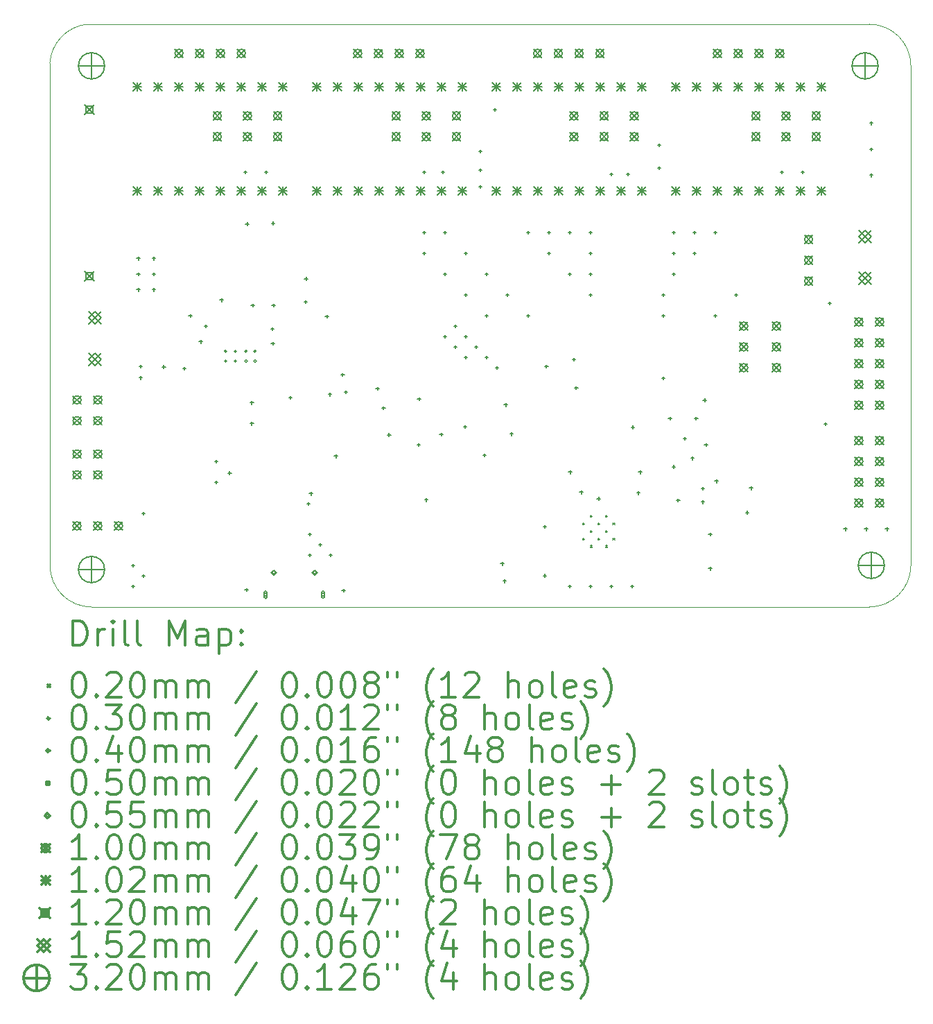
<source format=gbr>
%FSLAX45Y45*%
G04 Gerber Fmt 4.5, Leading zero omitted, Abs format (unit mm)*
G04 Created by KiCad (PCBNEW (5.1.9)-1) date 2021-11-23 21:03:16*
%MOMM*%
%LPD*%
G01*
G04 APERTURE LIST*
%TA.AperFunction,Profile*%
%ADD10C,0.050000*%
%TD*%
%ADD11C,0.200000*%
%ADD12C,0.300000*%
G04 APERTURE END LIST*
D10*
X11174764Y-8091626D02*
G75*
G02*
X11633200Y-7620000I509236J-36374D01*
G01*
X21183600Y-7620000D02*
G75*
G02*
X21691600Y-8128000I0J-508000D01*
G01*
X11684000Y-14732000D02*
G75*
G02*
X11176000Y-14224000I0J508000D01*
G01*
X21691600Y-14224000D02*
G75*
G02*
X21183600Y-14732000I-508000J0D01*
G01*
X11176000Y-14224000D02*
X11174764Y-8091626D01*
X21183600Y-14732000D02*
X11684000Y-14732000D01*
X21691600Y-8128000D02*
X21691600Y-14224000D01*
X11633200Y-7620000D02*
X21183600Y-7620000D01*
D11*
X17686500Y-13707750D02*
X17706500Y-13727750D01*
X17706500Y-13707750D02*
X17686500Y-13727750D01*
X17686500Y-13891250D02*
X17706500Y-13911250D01*
X17706500Y-13891250D02*
X17686500Y-13911250D01*
X17778250Y-13616000D02*
X17798250Y-13636000D01*
X17798250Y-13616000D02*
X17778250Y-13636000D01*
X17778250Y-13799500D02*
X17798250Y-13819500D01*
X17798250Y-13799500D02*
X17778250Y-13819500D01*
X17778250Y-13983000D02*
X17798250Y-14003000D01*
X17798250Y-13983000D02*
X17778250Y-14003000D01*
X17870000Y-13707750D02*
X17890000Y-13727750D01*
X17890000Y-13707750D02*
X17870000Y-13727750D01*
X17870000Y-13891250D02*
X17890000Y-13911250D01*
X17890000Y-13891250D02*
X17870000Y-13911250D01*
X17961750Y-13616000D02*
X17981750Y-13636000D01*
X17981750Y-13616000D02*
X17961750Y-13636000D01*
X17961750Y-13799500D02*
X17981750Y-13819500D01*
X17981750Y-13799500D02*
X17961750Y-13819500D01*
X17961750Y-13983000D02*
X17981750Y-14003000D01*
X17981750Y-13983000D02*
X17961750Y-14003000D01*
X18053500Y-13707750D02*
X18073500Y-13727750D01*
X18073500Y-13707750D02*
X18053500Y-13727750D01*
X18053500Y-13891250D02*
X18073500Y-13911250D01*
X18073500Y-13891250D02*
X18053500Y-13911250D01*
X13335100Y-11611300D02*
G75*
G03*
X13335100Y-11611300I-15000J0D01*
G01*
X13335100Y-11731300D02*
G75*
G03*
X13335100Y-11731300I-15000J0D01*
G01*
X13455100Y-11611300D02*
G75*
G03*
X13455100Y-11611300I-15000J0D01*
G01*
X13455100Y-11731300D02*
G75*
G03*
X13455100Y-11731300I-15000J0D01*
G01*
X13585100Y-11611300D02*
G75*
G03*
X13585100Y-11611300I-15000J0D01*
G01*
X13585100Y-11731300D02*
G75*
G03*
X13585100Y-11731300I-15000J0D01*
G01*
X13695100Y-11611300D02*
G75*
G03*
X13695100Y-11611300I-15000J0D01*
G01*
X13695100Y-11731300D02*
G75*
G03*
X13695100Y-11731300I-15000J0D01*
G01*
X12192000Y-14204000D02*
X12192000Y-14244000D01*
X12172000Y-14224000D02*
X12212000Y-14224000D01*
X12192000Y-14458000D02*
X12192000Y-14498000D01*
X12172000Y-14478000D02*
X12212000Y-14478000D01*
X12255500Y-10457500D02*
X12255500Y-10497500D01*
X12235500Y-10477500D02*
X12275500Y-10477500D01*
X12255500Y-10648000D02*
X12255500Y-10688000D01*
X12235500Y-10668000D02*
X12275500Y-10668000D01*
X12255500Y-10838500D02*
X12255500Y-10878500D01*
X12235500Y-10858500D02*
X12275500Y-10858500D01*
X12283440Y-11775760D02*
X12283440Y-11815760D01*
X12263440Y-11795760D02*
X12303440Y-11795760D01*
X12283440Y-11912920D02*
X12283440Y-11952920D01*
X12263440Y-11932920D02*
X12303440Y-11932920D01*
X12319000Y-13569000D02*
X12319000Y-13609000D01*
X12299000Y-13589000D02*
X12339000Y-13589000D01*
X12319000Y-14331000D02*
X12319000Y-14371000D01*
X12299000Y-14351000D02*
X12339000Y-14351000D01*
X12446000Y-10457500D02*
X12446000Y-10497500D01*
X12426000Y-10477500D02*
X12466000Y-10477500D01*
X12446000Y-10648000D02*
X12446000Y-10688000D01*
X12426000Y-10668000D02*
X12466000Y-10668000D01*
X12446000Y-10838500D02*
X12446000Y-10878500D01*
X12426000Y-10858500D02*
X12466000Y-10858500D01*
X12566650Y-11782110D02*
X12566650Y-11822110D01*
X12546650Y-11802110D02*
X12586650Y-11802110D01*
X12816840Y-11799890D02*
X12816840Y-11839890D01*
X12796840Y-11819890D02*
X12836840Y-11819890D01*
X12890500Y-11156000D02*
X12890500Y-11196000D01*
X12870500Y-11176000D02*
X12910500Y-11176000D01*
X13017500Y-11473500D02*
X13017500Y-11513500D01*
X12997500Y-11493500D02*
X13037500Y-11493500D01*
X13081000Y-11283000D02*
X13081000Y-11323000D01*
X13061000Y-11303000D02*
X13101000Y-11303000D01*
X13208000Y-12934000D02*
X13208000Y-12974000D01*
X13188000Y-12954000D02*
X13228000Y-12954000D01*
X13208000Y-13188000D02*
X13208000Y-13228000D01*
X13188000Y-13208000D02*
X13228000Y-13208000D01*
X13271500Y-10965500D02*
X13271500Y-11005500D01*
X13251500Y-10985500D02*
X13291500Y-10985500D01*
X13371830Y-13074970D02*
X13371830Y-13114970D01*
X13351830Y-13094970D02*
X13391830Y-13094970D01*
X13563600Y-9403400D02*
X13563600Y-9443400D01*
X13543600Y-9423400D02*
X13583600Y-9423400D01*
X13577570Y-14501180D02*
X13577570Y-14541180D01*
X13557570Y-14521180D02*
X13597570Y-14521180D01*
X13586460Y-10035860D02*
X13586460Y-10075860D01*
X13566460Y-10055860D02*
X13606460Y-10055860D01*
X13640670Y-12470480D02*
X13640670Y-12510480D01*
X13620670Y-12490480D02*
X13660670Y-12490480D01*
X13641850Y-12217540D02*
X13641850Y-12257540D01*
X13621850Y-12237540D02*
X13661850Y-12237540D01*
X13652500Y-11029000D02*
X13652500Y-11069000D01*
X13632500Y-11049000D02*
X13672500Y-11049000D01*
X13817600Y-9403400D02*
X13817600Y-9443400D01*
X13797600Y-9423400D02*
X13837600Y-9423400D01*
X13893800Y-11318560D02*
X13893800Y-11358560D01*
X13873800Y-11338560D02*
X13913800Y-11338560D01*
X13898880Y-11496360D02*
X13898880Y-11536360D01*
X13878880Y-11516360D02*
X13918880Y-11516360D01*
X13901420Y-10029510D02*
X13901420Y-10069510D01*
X13881420Y-10049510D02*
X13921420Y-10049510D01*
X13906500Y-11029000D02*
X13906500Y-11069000D01*
X13886500Y-11049000D02*
X13926500Y-11049000D01*
X14112240Y-12156760D02*
X14112240Y-12196760D01*
X14092240Y-12176760D02*
X14132240Y-12176760D01*
X14300200Y-10988360D02*
X14300200Y-11028360D01*
X14280200Y-11008360D02*
X14320200Y-11008360D01*
X14306550Y-10706420D02*
X14306550Y-10746420D01*
X14286550Y-10726420D02*
X14326550Y-10726420D01*
X14333170Y-13451400D02*
X14333170Y-13491400D01*
X14313170Y-13471400D02*
X14353170Y-13471400D01*
X14351000Y-13823000D02*
X14351000Y-13863000D01*
X14331000Y-13843000D02*
X14371000Y-13843000D01*
X14351000Y-14077000D02*
X14351000Y-14117000D01*
X14331000Y-14097000D02*
X14371000Y-14097000D01*
X14364450Y-13326190D02*
X14364450Y-13366190D01*
X14344450Y-13346190D02*
X14384450Y-13346190D01*
X14478000Y-13950000D02*
X14478000Y-13990000D01*
X14458000Y-13970000D02*
X14498000Y-13970000D01*
X14559280Y-11166160D02*
X14559280Y-11206160D01*
X14539280Y-11186160D02*
X14579280Y-11186160D01*
X14594840Y-12116120D02*
X14594840Y-12156120D01*
X14574840Y-12136120D02*
X14614840Y-12136120D01*
X14605000Y-14077000D02*
X14605000Y-14117000D01*
X14585000Y-14097000D02*
X14625000Y-14097000D01*
X14668500Y-12870500D02*
X14668500Y-12910500D01*
X14648500Y-12890500D02*
X14688500Y-12890500D01*
X14749520Y-11876520D02*
X14749520Y-11916520D01*
X14729520Y-11896520D02*
X14769520Y-11896520D01*
X14763750Y-14508800D02*
X14763750Y-14548800D01*
X14743750Y-14528800D02*
X14783750Y-14528800D01*
X14791690Y-12088180D02*
X14791690Y-12128180D01*
X14771690Y-12108180D02*
X14811690Y-12108180D01*
X15176500Y-12045000D02*
X15176500Y-12085000D01*
X15156500Y-12065000D02*
X15196500Y-12065000D01*
X15252050Y-12283680D02*
X15252050Y-12323680D01*
X15232050Y-12303680D02*
X15272050Y-12303680D01*
X15316810Y-12609670D02*
X15316810Y-12649670D01*
X15296810Y-12629670D02*
X15336810Y-12629670D01*
X15680660Y-12730450D02*
X15680660Y-12770450D01*
X15660660Y-12750450D02*
X15700660Y-12750450D01*
X15684500Y-12172000D02*
X15684500Y-12212000D01*
X15664500Y-12192000D02*
X15704500Y-12192000D01*
X15748000Y-9403400D02*
X15748000Y-9443400D01*
X15728000Y-9423400D02*
X15768000Y-9423400D01*
X15748000Y-10140000D02*
X15748000Y-10180000D01*
X15728000Y-10160000D02*
X15768000Y-10160000D01*
X15748000Y-10394000D02*
X15748000Y-10434000D01*
X15728000Y-10414000D02*
X15768000Y-10414000D01*
X15772200Y-13402870D02*
X15772200Y-13442870D01*
X15752200Y-13422870D02*
X15792200Y-13422870D01*
X15956280Y-12603800D02*
X15956280Y-12643800D01*
X15936280Y-12623800D02*
X15976280Y-12623800D01*
X15976600Y-9403400D02*
X15976600Y-9443400D01*
X15956600Y-9423400D02*
X15996600Y-9423400D01*
X16002000Y-10140000D02*
X16002000Y-10180000D01*
X15982000Y-10160000D02*
X16022000Y-10160000D01*
X16002000Y-10648000D02*
X16002000Y-10688000D01*
X15982000Y-10668000D02*
X16022000Y-10668000D01*
X16002000Y-11410000D02*
X16002000Y-11450000D01*
X15982000Y-11430000D02*
X16022000Y-11430000D01*
X16129000Y-11283000D02*
X16129000Y-11323000D01*
X16109000Y-11303000D02*
X16149000Y-11303000D01*
X16129000Y-11537000D02*
X16129000Y-11577000D01*
X16109000Y-11557000D02*
X16149000Y-11557000D01*
X16245840Y-12512360D02*
X16245840Y-12552360D01*
X16225840Y-12532360D02*
X16265840Y-12532360D01*
X16256000Y-10394000D02*
X16256000Y-10434000D01*
X16236000Y-10414000D02*
X16276000Y-10414000D01*
X16256000Y-10902000D02*
X16256000Y-10942000D01*
X16236000Y-10922000D02*
X16276000Y-10922000D01*
X16256000Y-11410000D02*
X16256000Y-11450000D01*
X16236000Y-11430000D02*
X16276000Y-11430000D01*
X16256000Y-11664000D02*
X16256000Y-11704000D01*
X16236000Y-11684000D02*
X16276000Y-11684000D01*
X16383000Y-11537000D02*
X16383000Y-11577000D01*
X16363000Y-11557000D02*
X16403000Y-11557000D01*
X16433800Y-9149400D02*
X16433800Y-9189400D01*
X16413800Y-9169400D02*
X16453800Y-9169400D01*
X16433800Y-9378000D02*
X16433800Y-9418000D01*
X16413800Y-9398000D02*
X16453800Y-9398000D01*
X16433800Y-9581200D02*
X16433800Y-9621200D01*
X16413800Y-9601200D02*
X16453800Y-9601200D01*
X16484600Y-12857800D02*
X16484600Y-12897800D01*
X16464600Y-12877800D02*
X16504600Y-12877800D01*
X16510000Y-10648000D02*
X16510000Y-10688000D01*
X16490000Y-10668000D02*
X16530000Y-10668000D01*
X16510000Y-11156000D02*
X16510000Y-11196000D01*
X16490000Y-11176000D02*
X16530000Y-11176000D01*
X16510000Y-11664000D02*
X16510000Y-11704000D01*
X16490000Y-11684000D02*
X16530000Y-11684000D01*
X16611600Y-8641400D02*
X16611600Y-8681400D01*
X16591600Y-8661400D02*
X16631600Y-8661400D01*
X16637000Y-11791000D02*
X16637000Y-11831000D01*
X16617000Y-11811000D02*
X16657000Y-11811000D01*
X16700230Y-14182250D02*
X16700230Y-14222250D01*
X16680230Y-14202250D02*
X16720230Y-14202250D01*
X16729220Y-14394000D02*
X16729220Y-14434000D01*
X16709220Y-14414000D02*
X16749220Y-14414000D01*
X16744240Y-12242780D02*
X16744240Y-12282780D01*
X16724240Y-12262780D02*
X16764240Y-12262780D01*
X16764000Y-10902000D02*
X16764000Y-10942000D01*
X16744000Y-10922000D02*
X16784000Y-10922000D01*
X16814800Y-12598720D02*
X16814800Y-12638720D01*
X16794800Y-12618720D02*
X16834800Y-12618720D01*
X17018000Y-10140000D02*
X17018000Y-10180000D01*
X16998000Y-10160000D02*
X17038000Y-10160000D01*
X17018000Y-11156000D02*
X17018000Y-11196000D01*
X16998000Y-11176000D02*
X17038000Y-11176000D01*
X17219480Y-13731420D02*
X17219480Y-13771420D01*
X17199480Y-13751420D02*
X17239480Y-13751420D01*
X17219480Y-14328130D02*
X17219480Y-14368130D01*
X17199480Y-14348130D02*
X17239480Y-14348130D01*
X17241350Y-11773760D02*
X17241350Y-11813760D01*
X17221350Y-11793760D02*
X17261350Y-11793760D01*
X17272000Y-10140000D02*
X17272000Y-10180000D01*
X17252000Y-10160000D02*
X17292000Y-10160000D01*
X17272000Y-10394000D02*
X17272000Y-10434000D01*
X17252000Y-10414000D02*
X17292000Y-10414000D01*
X17526000Y-10140000D02*
X17526000Y-10180000D01*
X17506000Y-10160000D02*
X17546000Y-10160000D01*
X17526000Y-10648000D02*
X17526000Y-10688000D01*
X17506000Y-10668000D02*
X17546000Y-10668000D01*
X17526000Y-14458000D02*
X17526000Y-14498000D01*
X17506000Y-14478000D02*
X17546000Y-14478000D01*
X17530410Y-13063030D02*
X17530410Y-13103030D01*
X17510410Y-13083030D02*
X17550410Y-13083030D01*
X17576800Y-11689400D02*
X17576800Y-11729400D01*
X17556800Y-11709400D02*
X17596800Y-11709400D01*
X17604090Y-12036560D02*
X17604090Y-12076560D01*
X17584090Y-12056560D02*
X17624090Y-12056560D01*
X17666850Y-13310770D02*
X17666850Y-13350770D01*
X17646850Y-13330770D02*
X17686850Y-13330770D01*
X17780000Y-10140000D02*
X17780000Y-10180000D01*
X17760000Y-10160000D02*
X17800000Y-10160000D01*
X17780000Y-10394000D02*
X17780000Y-10434000D01*
X17760000Y-10414000D02*
X17800000Y-10414000D01*
X17780000Y-10648000D02*
X17780000Y-10688000D01*
X17760000Y-10668000D02*
X17800000Y-10668000D01*
X17780000Y-10902000D02*
X17780000Y-10942000D01*
X17760000Y-10922000D02*
X17800000Y-10922000D01*
X17780000Y-14458000D02*
X17780000Y-14498000D01*
X17760000Y-14478000D02*
X17800000Y-14478000D01*
X17876790Y-13389470D02*
X17876790Y-13429470D01*
X17856790Y-13409470D02*
X17896790Y-13409470D01*
X18034000Y-9428800D02*
X18034000Y-9468800D01*
X18014000Y-9448800D02*
X18054000Y-9448800D01*
X18034000Y-14458000D02*
X18034000Y-14498000D01*
X18014000Y-14478000D02*
X18054000Y-14478000D01*
X18237200Y-9428800D02*
X18237200Y-9468800D01*
X18217200Y-9448800D02*
X18257200Y-9448800D01*
X18288000Y-14458000D02*
X18288000Y-14498000D01*
X18268000Y-14478000D02*
X18308000Y-14478000D01*
X18295070Y-12516560D02*
X18295070Y-12556560D01*
X18275070Y-12536560D02*
X18315070Y-12536560D01*
X18363980Y-13317670D02*
X18363980Y-13357670D01*
X18343980Y-13337670D02*
X18383980Y-13337670D01*
X18386690Y-13063640D02*
X18386690Y-13103640D01*
X18366690Y-13083640D02*
X18406690Y-13083640D01*
X18618200Y-9073200D02*
X18618200Y-9113200D01*
X18598200Y-9093200D02*
X18638200Y-9093200D01*
X18618200Y-9352600D02*
X18618200Y-9392600D01*
X18598200Y-9372600D02*
X18638200Y-9372600D01*
X18669000Y-10902000D02*
X18669000Y-10942000D01*
X18649000Y-10922000D02*
X18689000Y-10922000D01*
X18669000Y-11156000D02*
X18669000Y-11196000D01*
X18649000Y-11176000D02*
X18689000Y-11176000D01*
X18669000Y-11918000D02*
X18669000Y-11958000D01*
X18649000Y-11938000D02*
X18689000Y-11938000D01*
X18750280Y-12410760D02*
X18750280Y-12450760D01*
X18730280Y-12430760D02*
X18770280Y-12430760D01*
X18796000Y-10140000D02*
X18796000Y-10180000D01*
X18776000Y-10160000D02*
X18816000Y-10160000D01*
X18796000Y-10394000D02*
X18796000Y-10434000D01*
X18776000Y-10414000D02*
X18816000Y-10414000D01*
X18796000Y-10648000D02*
X18796000Y-10688000D01*
X18776000Y-10668000D02*
X18816000Y-10668000D01*
X18796500Y-13000500D02*
X18796500Y-13040500D01*
X18776500Y-13020500D02*
X18816500Y-13020500D01*
X18850000Y-13408900D02*
X18850000Y-13448900D01*
X18830000Y-13428900D02*
X18870000Y-13428900D01*
X18931260Y-12655400D02*
X18931260Y-12695400D01*
X18911260Y-12675400D02*
X18951260Y-12675400D01*
X19024600Y-12895900D02*
X19024600Y-12935900D01*
X19004600Y-12915900D02*
X19044600Y-12915900D01*
X19050000Y-10140000D02*
X19050000Y-10180000D01*
X19030000Y-10160000D02*
X19070000Y-10160000D01*
X19050000Y-10394000D02*
X19050000Y-10434000D01*
X19030000Y-10414000D02*
X19070000Y-10414000D01*
X19070320Y-12410760D02*
X19070320Y-12450760D01*
X19050320Y-12430760D02*
X19090320Y-12430760D01*
X19151600Y-13264200D02*
X19151600Y-13304200D01*
X19131600Y-13284200D02*
X19171600Y-13284200D01*
X19151600Y-13429300D02*
X19151600Y-13469300D01*
X19131600Y-13449300D02*
X19171600Y-13449300D01*
X19173825Y-12187875D02*
X19173825Y-12227875D01*
X19153825Y-12207875D02*
X19193825Y-12207875D01*
X19189700Y-12730800D02*
X19189700Y-12770800D01*
X19169700Y-12750800D02*
X19209700Y-12750800D01*
X19240180Y-14242400D02*
X19240180Y-14282400D01*
X19220180Y-14262400D02*
X19260180Y-14262400D01*
X19240500Y-13823000D02*
X19240500Y-13863000D01*
X19220500Y-13843000D02*
X19260500Y-13843000D01*
X19304000Y-10140000D02*
X19304000Y-10180000D01*
X19284000Y-10160000D02*
X19324000Y-10160000D01*
X19304000Y-11156000D02*
X19304000Y-11196000D01*
X19284000Y-11176000D02*
X19324000Y-11176000D01*
X19316700Y-13175300D02*
X19316700Y-13215300D01*
X19296700Y-13195300D02*
X19336700Y-13195300D01*
X19558000Y-10902000D02*
X19558000Y-10942000D01*
X19538000Y-10922000D02*
X19578000Y-10922000D01*
X19692260Y-13557460D02*
X19692260Y-13597460D01*
X19672260Y-13577460D02*
X19712260Y-13577460D01*
X19742080Y-13257700D02*
X19742080Y-13297700D01*
X19722080Y-13277700D02*
X19762080Y-13277700D01*
X20116800Y-9403400D02*
X20116800Y-9443400D01*
X20096800Y-9423400D02*
X20136800Y-9423400D01*
X20370800Y-9403400D02*
X20370800Y-9443400D01*
X20350800Y-9423400D02*
X20390800Y-9423400D01*
X20650200Y-12476800D02*
X20650200Y-12516800D01*
X20630200Y-12496800D02*
X20670200Y-12496800D01*
X20701000Y-11003600D02*
X20701000Y-11043600D01*
X20681000Y-11023600D02*
X20721000Y-11023600D01*
X20891500Y-13759500D02*
X20891500Y-13799500D01*
X20871500Y-13779500D02*
X20911500Y-13779500D01*
X21145500Y-13759500D02*
X21145500Y-13799500D01*
X21125500Y-13779500D02*
X21165500Y-13779500D01*
X21209000Y-8806500D02*
X21209000Y-8846500D01*
X21189000Y-8826500D02*
X21229000Y-8826500D01*
X21209000Y-9124000D02*
X21209000Y-9164000D01*
X21189000Y-9144000D02*
X21229000Y-9144000D01*
X21209000Y-9441500D02*
X21209000Y-9481500D01*
X21189000Y-9461500D02*
X21229000Y-9461500D01*
X21399500Y-13759500D02*
X21399500Y-13799500D01*
X21379500Y-13779500D02*
X21419500Y-13779500D01*
X13828178Y-14600278D02*
X13828178Y-14564922D01*
X13792822Y-14564922D01*
X13792822Y-14600278D01*
X13828178Y-14600278D01*
X13795500Y-14550100D02*
X13795500Y-14615100D01*
X13825500Y-14550100D02*
X13825500Y-14615100D01*
X13795500Y-14615100D02*
G75*
G03*
X13825500Y-14615100I15000J0D01*
G01*
X13825500Y-14550100D02*
G75*
G03*
X13795500Y-14550100I-15000J0D01*
G01*
X14528178Y-14600278D02*
X14528178Y-14564922D01*
X14492822Y-14564922D01*
X14492822Y-14600278D01*
X14528178Y-14600278D01*
X14495500Y-14550100D02*
X14495500Y-14615100D01*
X14525500Y-14550100D02*
X14525500Y-14615100D01*
X14495500Y-14615100D02*
G75*
G03*
X14525500Y-14615100I15000J0D01*
G01*
X14525500Y-14550100D02*
G75*
G03*
X14495500Y-14550100I-15000J0D01*
G01*
X13910500Y-14340100D02*
X13938000Y-14312600D01*
X13910500Y-14285100D01*
X13883000Y-14312600D01*
X13910500Y-14340100D01*
X13895500Y-14330100D02*
X13925500Y-14330100D01*
X13895500Y-14295100D02*
X13925500Y-14295100D01*
X13925500Y-14330100D02*
G75*
G03*
X13925500Y-14295100I0J17500D01*
G01*
X13895500Y-14295100D02*
G75*
G03*
X13895500Y-14330100I0J-17500D01*
G01*
X14410500Y-14340100D02*
X14438000Y-14312600D01*
X14410500Y-14285100D01*
X14383000Y-14312600D01*
X14410500Y-14340100D01*
X14395500Y-14330100D02*
X14425500Y-14330100D01*
X14395500Y-14295100D02*
X14425500Y-14295100D01*
X14425500Y-14330100D02*
G75*
G03*
X14425500Y-14295100I0J17500D01*
G01*
X14395500Y-14295100D02*
G75*
G03*
X14395500Y-14330100I0J-17500D01*
G01*
X11456200Y-12154700D02*
X11556200Y-12254700D01*
X11556200Y-12154700D02*
X11456200Y-12254700D01*
X11556200Y-12204700D02*
G75*
G03*
X11556200Y-12204700I-50000J0D01*
G01*
X11456200Y-12408700D02*
X11556200Y-12508700D01*
X11556200Y-12408700D02*
X11456200Y-12508700D01*
X11556200Y-12458700D02*
G75*
G03*
X11556200Y-12458700I-50000J0D01*
G01*
X11456200Y-12815100D02*
X11556200Y-12915100D01*
X11556200Y-12815100D02*
X11456200Y-12915100D01*
X11556200Y-12865100D02*
G75*
G03*
X11556200Y-12865100I-50000J0D01*
G01*
X11456200Y-13069100D02*
X11556200Y-13169100D01*
X11556200Y-13069100D02*
X11456200Y-13169100D01*
X11556200Y-13119100D02*
G75*
G03*
X11556200Y-13119100I-50000J0D01*
G01*
X11456200Y-13691400D02*
X11556200Y-13791400D01*
X11556200Y-13691400D02*
X11456200Y-13791400D01*
X11556200Y-13741400D02*
G75*
G03*
X11556200Y-13741400I-50000J0D01*
G01*
X11710200Y-12154700D02*
X11810200Y-12254700D01*
X11810200Y-12154700D02*
X11710200Y-12254700D01*
X11810200Y-12204700D02*
G75*
G03*
X11810200Y-12204700I-50000J0D01*
G01*
X11710200Y-12408700D02*
X11810200Y-12508700D01*
X11810200Y-12408700D02*
X11710200Y-12508700D01*
X11810200Y-12458700D02*
G75*
G03*
X11810200Y-12458700I-50000J0D01*
G01*
X11710200Y-12815100D02*
X11810200Y-12915100D01*
X11810200Y-12815100D02*
X11710200Y-12915100D01*
X11810200Y-12865100D02*
G75*
G03*
X11810200Y-12865100I-50000J0D01*
G01*
X11710200Y-13069100D02*
X11810200Y-13169100D01*
X11810200Y-13069100D02*
X11710200Y-13169100D01*
X11810200Y-13119100D02*
G75*
G03*
X11810200Y-13119100I-50000J0D01*
G01*
X11710200Y-13691400D02*
X11810200Y-13791400D01*
X11810200Y-13691400D02*
X11710200Y-13791400D01*
X11810200Y-13741400D02*
G75*
G03*
X11810200Y-13741400I-50000J0D01*
G01*
X11964200Y-13691400D02*
X12064200Y-13791400D01*
X12064200Y-13691400D02*
X11964200Y-13791400D01*
X12064200Y-13741400D02*
G75*
G03*
X12064200Y-13741400I-50000J0D01*
G01*
X12701800Y-7925600D02*
X12801800Y-8025600D01*
X12801800Y-7925600D02*
X12701800Y-8025600D01*
X12801800Y-7975600D02*
G75*
G03*
X12801800Y-7975600I-50000J0D01*
G01*
X12955800Y-7925600D02*
X13055800Y-8025600D01*
X13055800Y-7925600D02*
X12955800Y-8025600D01*
X13055800Y-7975600D02*
G75*
G03*
X13055800Y-7975600I-50000J0D01*
G01*
X13170700Y-8687600D02*
X13270700Y-8787600D01*
X13270700Y-8687600D02*
X13170700Y-8787600D01*
X13270700Y-8737600D02*
G75*
G03*
X13270700Y-8737600I-50000J0D01*
G01*
X13170700Y-8941600D02*
X13270700Y-9041600D01*
X13270700Y-8941600D02*
X13170700Y-9041600D01*
X13270700Y-8991600D02*
G75*
G03*
X13270700Y-8991600I-50000J0D01*
G01*
X13209800Y-7925600D02*
X13309800Y-8025600D01*
X13309800Y-7925600D02*
X13209800Y-8025600D01*
X13309800Y-7975600D02*
G75*
G03*
X13309800Y-7975600I-50000J0D01*
G01*
X13463800Y-7925600D02*
X13563800Y-8025600D01*
X13563800Y-7925600D02*
X13463800Y-8025600D01*
X13563800Y-7975600D02*
G75*
G03*
X13563800Y-7975600I-50000J0D01*
G01*
X13539000Y-8687600D02*
X13639000Y-8787600D01*
X13639000Y-8687600D02*
X13539000Y-8787600D01*
X13639000Y-8737600D02*
G75*
G03*
X13639000Y-8737600I-50000J0D01*
G01*
X13539000Y-8941600D02*
X13639000Y-9041600D01*
X13639000Y-8941600D02*
X13539000Y-9041600D01*
X13639000Y-8991600D02*
G75*
G03*
X13639000Y-8991600I-50000J0D01*
G01*
X13907300Y-8687600D02*
X14007300Y-8787600D01*
X14007300Y-8687600D02*
X13907300Y-8787600D01*
X14007300Y-8737600D02*
G75*
G03*
X14007300Y-8737600I-50000J0D01*
G01*
X13907300Y-8941600D02*
X14007300Y-9041600D01*
X14007300Y-8941600D02*
X13907300Y-9041600D01*
X14007300Y-8991600D02*
G75*
G03*
X14007300Y-8991600I-50000J0D01*
G01*
X14885200Y-7925600D02*
X14985200Y-8025600D01*
X14985200Y-7925600D02*
X14885200Y-8025600D01*
X14985200Y-7975600D02*
G75*
G03*
X14985200Y-7975600I-50000J0D01*
G01*
X15139200Y-7925600D02*
X15239200Y-8025600D01*
X15239200Y-7925600D02*
X15139200Y-8025600D01*
X15239200Y-7975600D02*
G75*
G03*
X15239200Y-7975600I-50000J0D01*
G01*
X15355100Y-8687600D02*
X15455100Y-8787600D01*
X15455100Y-8687600D02*
X15355100Y-8787600D01*
X15455100Y-8737600D02*
G75*
G03*
X15455100Y-8737600I-50000J0D01*
G01*
X15355100Y-8941600D02*
X15455100Y-9041600D01*
X15455100Y-8941600D02*
X15355100Y-9041600D01*
X15455100Y-8991600D02*
G75*
G03*
X15455100Y-8991600I-50000J0D01*
G01*
X15393200Y-7925600D02*
X15493200Y-8025600D01*
X15493200Y-7925600D02*
X15393200Y-8025600D01*
X15493200Y-7975600D02*
G75*
G03*
X15493200Y-7975600I-50000J0D01*
G01*
X15647200Y-7925600D02*
X15747200Y-8025600D01*
X15747200Y-7925600D02*
X15647200Y-8025600D01*
X15747200Y-7975600D02*
G75*
G03*
X15747200Y-7975600I-50000J0D01*
G01*
X15723400Y-8687600D02*
X15823400Y-8787600D01*
X15823400Y-8687600D02*
X15723400Y-8787600D01*
X15823400Y-8737600D02*
G75*
G03*
X15823400Y-8737600I-50000J0D01*
G01*
X15723400Y-8941600D02*
X15823400Y-9041600D01*
X15823400Y-8941600D02*
X15723400Y-9041600D01*
X15823400Y-8991600D02*
G75*
G03*
X15823400Y-8991600I-50000J0D01*
G01*
X16091700Y-8687600D02*
X16191700Y-8787600D01*
X16191700Y-8687600D02*
X16091700Y-8787600D01*
X16191700Y-8737600D02*
G75*
G03*
X16191700Y-8737600I-50000J0D01*
G01*
X16091700Y-8941600D02*
X16191700Y-9041600D01*
X16191700Y-8941600D02*
X16091700Y-9041600D01*
X16191700Y-8991600D02*
G75*
G03*
X16191700Y-8991600I-50000J0D01*
G01*
X17082300Y-7925600D02*
X17182300Y-8025600D01*
X17182300Y-7925600D02*
X17082300Y-8025600D01*
X17182300Y-7975600D02*
G75*
G03*
X17182300Y-7975600I-50000J0D01*
G01*
X17336300Y-7925600D02*
X17436300Y-8025600D01*
X17436300Y-7925600D02*
X17336300Y-8025600D01*
X17436300Y-7975600D02*
G75*
G03*
X17436300Y-7975600I-50000J0D01*
G01*
X17526800Y-8687600D02*
X17626800Y-8787600D01*
X17626800Y-8687600D02*
X17526800Y-8787600D01*
X17626800Y-8737600D02*
G75*
G03*
X17626800Y-8737600I-50000J0D01*
G01*
X17526800Y-8941600D02*
X17626800Y-9041600D01*
X17626800Y-8941600D02*
X17526800Y-9041600D01*
X17626800Y-8991600D02*
G75*
G03*
X17626800Y-8991600I-50000J0D01*
G01*
X17590300Y-7925600D02*
X17690300Y-8025600D01*
X17690300Y-7925600D02*
X17590300Y-8025600D01*
X17690300Y-7975600D02*
G75*
G03*
X17690300Y-7975600I-50000J0D01*
G01*
X17844300Y-7925600D02*
X17944300Y-8025600D01*
X17944300Y-7925600D02*
X17844300Y-8025600D01*
X17944300Y-7975600D02*
G75*
G03*
X17944300Y-7975600I-50000J0D01*
G01*
X17895100Y-8687600D02*
X17995100Y-8787600D01*
X17995100Y-8687600D02*
X17895100Y-8787600D01*
X17995100Y-8737600D02*
G75*
G03*
X17995100Y-8737600I-50000J0D01*
G01*
X17895100Y-8941600D02*
X17995100Y-9041600D01*
X17995100Y-8941600D02*
X17895100Y-9041600D01*
X17995100Y-8991600D02*
G75*
G03*
X17995100Y-8991600I-50000J0D01*
G01*
X18263400Y-8687600D02*
X18363400Y-8787600D01*
X18363400Y-8687600D02*
X18263400Y-8787600D01*
X18363400Y-8737600D02*
G75*
G03*
X18363400Y-8737600I-50000J0D01*
G01*
X18263400Y-8941600D02*
X18363400Y-9041600D01*
X18363400Y-8941600D02*
X18263400Y-9041600D01*
X18363400Y-8991600D02*
G75*
G03*
X18363400Y-8991600I-50000J0D01*
G01*
X19279400Y-7925600D02*
X19379400Y-8025600D01*
X19379400Y-7925600D02*
X19279400Y-8025600D01*
X19379400Y-7975600D02*
G75*
G03*
X19379400Y-7975600I-50000J0D01*
G01*
X19533400Y-7925600D02*
X19633400Y-8025600D01*
X19633400Y-7925600D02*
X19533400Y-8025600D01*
X19633400Y-7975600D02*
G75*
G03*
X19633400Y-7975600I-50000J0D01*
G01*
X19599400Y-11253000D02*
X19699400Y-11353000D01*
X19699400Y-11253000D02*
X19599400Y-11353000D01*
X19699400Y-11303000D02*
G75*
G03*
X19699400Y-11303000I-50000J0D01*
G01*
X19599400Y-11507000D02*
X19699400Y-11607000D01*
X19699400Y-11507000D02*
X19599400Y-11607000D01*
X19699400Y-11557000D02*
G75*
G03*
X19699400Y-11557000I-50000J0D01*
G01*
X19599400Y-11761000D02*
X19699400Y-11861000D01*
X19699400Y-11761000D02*
X19599400Y-11861000D01*
X19699400Y-11811000D02*
G75*
G03*
X19699400Y-11811000I-50000J0D01*
G01*
X19749300Y-8687600D02*
X19849300Y-8787600D01*
X19849300Y-8687600D02*
X19749300Y-8787600D01*
X19849300Y-8737600D02*
G75*
G03*
X19849300Y-8737600I-50000J0D01*
G01*
X19749300Y-8941600D02*
X19849300Y-9041600D01*
X19849300Y-8941600D02*
X19749300Y-9041600D01*
X19849300Y-8991600D02*
G75*
G03*
X19849300Y-8991600I-50000J0D01*
G01*
X19787400Y-7925600D02*
X19887400Y-8025600D01*
X19887400Y-7925600D02*
X19787400Y-8025600D01*
X19887400Y-7975600D02*
G75*
G03*
X19887400Y-7975600I-50000J0D01*
G01*
X20000800Y-11253000D02*
X20100800Y-11353000D01*
X20100800Y-11253000D02*
X20000800Y-11353000D01*
X20100800Y-11303000D02*
G75*
G03*
X20100800Y-11303000I-50000J0D01*
G01*
X20000800Y-11507000D02*
X20100800Y-11607000D01*
X20100800Y-11507000D02*
X20000800Y-11607000D01*
X20100800Y-11557000D02*
G75*
G03*
X20100800Y-11557000I-50000J0D01*
G01*
X20000800Y-11761000D02*
X20100800Y-11861000D01*
X20100800Y-11761000D02*
X20000800Y-11861000D01*
X20100800Y-11811000D02*
G75*
G03*
X20100800Y-11811000I-50000J0D01*
G01*
X20041400Y-7925600D02*
X20141400Y-8025600D01*
X20141400Y-7925600D02*
X20041400Y-8025600D01*
X20141400Y-7975600D02*
G75*
G03*
X20141400Y-7975600I-50000J0D01*
G01*
X20117600Y-8687600D02*
X20217600Y-8787600D01*
X20217600Y-8687600D02*
X20117600Y-8787600D01*
X20217600Y-8737600D02*
G75*
G03*
X20217600Y-8737600I-50000J0D01*
G01*
X20117600Y-8941600D02*
X20217600Y-9041600D01*
X20217600Y-8941600D02*
X20117600Y-9041600D01*
X20217600Y-8991600D02*
G75*
G03*
X20217600Y-8991600I-50000J0D01*
G01*
X20391900Y-10196400D02*
X20491900Y-10296400D01*
X20491900Y-10196400D02*
X20391900Y-10296400D01*
X20491900Y-10246400D02*
G75*
G03*
X20491900Y-10246400I-50000J0D01*
G01*
X20391900Y-10450400D02*
X20491900Y-10550400D01*
X20491900Y-10450400D02*
X20391900Y-10550400D01*
X20491900Y-10500400D02*
G75*
G03*
X20491900Y-10500400I-50000J0D01*
G01*
X20391900Y-10704400D02*
X20491900Y-10804400D01*
X20491900Y-10704400D02*
X20391900Y-10804400D01*
X20491900Y-10754400D02*
G75*
G03*
X20491900Y-10754400I-50000J0D01*
G01*
X20485900Y-8687600D02*
X20585900Y-8787600D01*
X20585900Y-8687600D02*
X20485900Y-8787600D01*
X20585900Y-8737600D02*
G75*
G03*
X20585900Y-8737600I-50000J0D01*
G01*
X20485900Y-8941600D02*
X20585900Y-9041600D01*
X20585900Y-8941600D02*
X20485900Y-9041600D01*
X20585900Y-8991600D02*
G75*
G03*
X20585900Y-8991600I-50000J0D01*
G01*
X21006600Y-11202200D02*
X21106600Y-11302200D01*
X21106600Y-11202200D02*
X21006600Y-11302200D01*
X21106600Y-11252200D02*
G75*
G03*
X21106600Y-11252200I-50000J0D01*
G01*
X21006600Y-11456200D02*
X21106600Y-11556200D01*
X21106600Y-11456200D02*
X21006600Y-11556200D01*
X21106600Y-11506200D02*
G75*
G03*
X21106600Y-11506200I-50000J0D01*
G01*
X21006600Y-11710200D02*
X21106600Y-11810200D01*
X21106600Y-11710200D02*
X21006600Y-11810200D01*
X21106600Y-11760200D02*
G75*
G03*
X21106600Y-11760200I-50000J0D01*
G01*
X21006600Y-11964200D02*
X21106600Y-12064200D01*
X21106600Y-11964200D02*
X21006600Y-12064200D01*
X21106600Y-12014200D02*
G75*
G03*
X21106600Y-12014200I-50000J0D01*
G01*
X21006600Y-12218200D02*
X21106600Y-12318200D01*
X21106600Y-12218200D02*
X21006600Y-12318200D01*
X21106600Y-12268200D02*
G75*
G03*
X21106600Y-12268200I-50000J0D01*
G01*
X21006600Y-12650000D02*
X21106600Y-12750000D01*
X21106600Y-12650000D02*
X21006600Y-12750000D01*
X21106600Y-12700000D02*
G75*
G03*
X21106600Y-12700000I-50000J0D01*
G01*
X21006600Y-12904000D02*
X21106600Y-13004000D01*
X21106600Y-12904000D02*
X21006600Y-13004000D01*
X21106600Y-12954000D02*
G75*
G03*
X21106600Y-12954000I-50000J0D01*
G01*
X21006600Y-13158000D02*
X21106600Y-13258000D01*
X21106600Y-13158000D02*
X21006600Y-13258000D01*
X21106600Y-13208000D02*
G75*
G03*
X21106600Y-13208000I-50000J0D01*
G01*
X21006600Y-13412000D02*
X21106600Y-13512000D01*
X21106600Y-13412000D02*
X21006600Y-13512000D01*
X21106600Y-13462000D02*
G75*
G03*
X21106600Y-13462000I-50000J0D01*
G01*
X21260600Y-11202200D02*
X21360600Y-11302200D01*
X21360600Y-11202200D02*
X21260600Y-11302200D01*
X21360600Y-11252200D02*
G75*
G03*
X21360600Y-11252200I-50000J0D01*
G01*
X21260600Y-11456200D02*
X21360600Y-11556200D01*
X21360600Y-11456200D02*
X21260600Y-11556200D01*
X21360600Y-11506200D02*
G75*
G03*
X21360600Y-11506200I-50000J0D01*
G01*
X21260600Y-11710200D02*
X21360600Y-11810200D01*
X21360600Y-11710200D02*
X21260600Y-11810200D01*
X21360600Y-11760200D02*
G75*
G03*
X21360600Y-11760200I-50000J0D01*
G01*
X21260600Y-11964200D02*
X21360600Y-12064200D01*
X21360600Y-11964200D02*
X21260600Y-12064200D01*
X21360600Y-12014200D02*
G75*
G03*
X21360600Y-12014200I-50000J0D01*
G01*
X21260600Y-12218200D02*
X21360600Y-12318200D01*
X21360600Y-12218200D02*
X21260600Y-12318200D01*
X21360600Y-12268200D02*
G75*
G03*
X21360600Y-12268200I-50000J0D01*
G01*
X21260600Y-12650000D02*
X21360600Y-12750000D01*
X21360600Y-12650000D02*
X21260600Y-12750000D01*
X21360600Y-12700000D02*
G75*
G03*
X21360600Y-12700000I-50000J0D01*
G01*
X21260600Y-12904000D02*
X21360600Y-13004000D01*
X21360600Y-12904000D02*
X21260600Y-13004000D01*
X21360600Y-12954000D02*
G75*
G03*
X21360600Y-12954000I-50000J0D01*
G01*
X21260600Y-13158000D02*
X21360600Y-13258000D01*
X21360600Y-13158000D02*
X21260600Y-13258000D01*
X21360600Y-13208000D02*
G75*
G03*
X21360600Y-13208000I-50000J0D01*
G01*
X21260600Y-13412000D02*
X21360600Y-13512000D01*
X21360600Y-13412000D02*
X21260600Y-13512000D01*
X21360600Y-13462000D02*
G75*
G03*
X21360600Y-13462000I-50000J0D01*
G01*
X12191800Y-8331000D02*
X12293800Y-8433000D01*
X12293800Y-8331000D02*
X12191800Y-8433000D01*
X12242800Y-8331000D02*
X12242800Y-8433000D01*
X12191800Y-8382000D02*
X12293800Y-8382000D01*
X12191800Y-9601000D02*
X12293800Y-9703000D01*
X12293800Y-9601000D02*
X12191800Y-9703000D01*
X12242800Y-9601000D02*
X12242800Y-9703000D01*
X12191800Y-9652000D02*
X12293800Y-9652000D01*
X12445800Y-8331000D02*
X12547800Y-8433000D01*
X12547800Y-8331000D02*
X12445800Y-8433000D01*
X12496800Y-8331000D02*
X12496800Y-8433000D01*
X12445800Y-8382000D02*
X12547800Y-8382000D01*
X12445800Y-9601000D02*
X12547800Y-9703000D01*
X12547800Y-9601000D02*
X12445800Y-9703000D01*
X12496800Y-9601000D02*
X12496800Y-9703000D01*
X12445800Y-9652000D02*
X12547800Y-9652000D01*
X12699800Y-8331000D02*
X12801800Y-8433000D01*
X12801800Y-8331000D02*
X12699800Y-8433000D01*
X12750800Y-8331000D02*
X12750800Y-8433000D01*
X12699800Y-8382000D02*
X12801800Y-8382000D01*
X12699800Y-9601000D02*
X12801800Y-9703000D01*
X12801800Y-9601000D02*
X12699800Y-9703000D01*
X12750800Y-9601000D02*
X12750800Y-9703000D01*
X12699800Y-9652000D02*
X12801800Y-9652000D01*
X12953800Y-8331000D02*
X13055800Y-8433000D01*
X13055800Y-8331000D02*
X12953800Y-8433000D01*
X13004800Y-8331000D02*
X13004800Y-8433000D01*
X12953800Y-8382000D02*
X13055800Y-8382000D01*
X12953800Y-9601000D02*
X13055800Y-9703000D01*
X13055800Y-9601000D02*
X12953800Y-9703000D01*
X13004800Y-9601000D02*
X13004800Y-9703000D01*
X12953800Y-9652000D02*
X13055800Y-9652000D01*
X13207800Y-8331000D02*
X13309800Y-8433000D01*
X13309800Y-8331000D02*
X13207800Y-8433000D01*
X13258800Y-8331000D02*
X13258800Y-8433000D01*
X13207800Y-8382000D02*
X13309800Y-8382000D01*
X13207800Y-9601000D02*
X13309800Y-9703000D01*
X13309800Y-9601000D02*
X13207800Y-9703000D01*
X13258800Y-9601000D02*
X13258800Y-9703000D01*
X13207800Y-9652000D02*
X13309800Y-9652000D01*
X13461800Y-8331000D02*
X13563800Y-8433000D01*
X13563800Y-8331000D02*
X13461800Y-8433000D01*
X13512800Y-8331000D02*
X13512800Y-8433000D01*
X13461800Y-8382000D02*
X13563800Y-8382000D01*
X13461800Y-9601000D02*
X13563800Y-9703000D01*
X13563800Y-9601000D02*
X13461800Y-9703000D01*
X13512800Y-9601000D02*
X13512800Y-9703000D01*
X13461800Y-9652000D02*
X13563800Y-9652000D01*
X13715800Y-8331000D02*
X13817800Y-8433000D01*
X13817800Y-8331000D02*
X13715800Y-8433000D01*
X13766800Y-8331000D02*
X13766800Y-8433000D01*
X13715800Y-8382000D02*
X13817800Y-8382000D01*
X13715800Y-9601000D02*
X13817800Y-9703000D01*
X13817800Y-9601000D02*
X13715800Y-9703000D01*
X13766800Y-9601000D02*
X13766800Y-9703000D01*
X13715800Y-9652000D02*
X13817800Y-9652000D01*
X13969800Y-8331000D02*
X14071800Y-8433000D01*
X14071800Y-8331000D02*
X13969800Y-8433000D01*
X14020800Y-8331000D02*
X14020800Y-8433000D01*
X13969800Y-8382000D02*
X14071800Y-8382000D01*
X13969800Y-9601000D02*
X14071800Y-9703000D01*
X14071800Y-9601000D02*
X13969800Y-9703000D01*
X14020800Y-9601000D02*
X14020800Y-9703000D01*
X13969800Y-9652000D02*
X14071800Y-9652000D01*
X14384700Y-8331000D02*
X14486700Y-8433000D01*
X14486700Y-8331000D02*
X14384700Y-8433000D01*
X14435700Y-8331000D02*
X14435700Y-8433000D01*
X14384700Y-8382000D02*
X14486700Y-8382000D01*
X14384700Y-9601000D02*
X14486700Y-9703000D01*
X14486700Y-9601000D02*
X14384700Y-9703000D01*
X14435700Y-9601000D02*
X14435700Y-9703000D01*
X14384700Y-9652000D02*
X14486700Y-9652000D01*
X14638700Y-8331000D02*
X14740700Y-8433000D01*
X14740700Y-8331000D02*
X14638700Y-8433000D01*
X14689700Y-8331000D02*
X14689700Y-8433000D01*
X14638700Y-8382000D02*
X14740700Y-8382000D01*
X14638700Y-9601000D02*
X14740700Y-9703000D01*
X14740700Y-9601000D02*
X14638700Y-9703000D01*
X14689700Y-9601000D02*
X14689700Y-9703000D01*
X14638700Y-9652000D02*
X14740700Y-9652000D01*
X14892700Y-8331000D02*
X14994700Y-8433000D01*
X14994700Y-8331000D02*
X14892700Y-8433000D01*
X14943700Y-8331000D02*
X14943700Y-8433000D01*
X14892700Y-8382000D02*
X14994700Y-8382000D01*
X14892700Y-9601000D02*
X14994700Y-9703000D01*
X14994700Y-9601000D02*
X14892700Y-9703000D01*
X14943700Y-9601000D02*
X14943700Y-9703000D01*
X14892700Y-9652000D02*
X14994700Y-9652000D01*
X15146700Y-8331000D02*
X15248700Y-8433000D01*
X15248700Y-8331000D02*
X15146700Y-8433000D01*
X15197700Y-8331000D02*
X15197700Y-8433000D01*
X15146700Y-8382000D02*
X15248700Y-8382000D01*
X15146700Y-9601000D02*
X15248700Y-9703000D01*
X15248700Y-9601000D02*
X15146700Y-9703000D01*
X15197700Y-9601000D02*
X15197700Y-9703000D01*
X15146700Y-9652000D02*
X15248700Y-9652000D01*
X15400700Y-8331000D02*
X15502700Y-8433000D01*
X15502700Y-8331000D02*
X15400700Y-8433000D01*
X15451700Y-8331000D02*
X15451700Y-8433000D01*
X15400700Y-8382000D02*
X15502700Y-8382000D01*
X15400700Y-9601000D02*
X15502700Y-9703000D01*
X15502700Y-9601000D02*
X15400700Y-9703000D01*
X15451700Y-9601000D02*
X15451700Y-9703000D01*
X15400700Y-9652000D02*
X15502700Y-9652000D01*
X15654700Y-8331000D02*
X15756700Y-8433000D01*
X15756700Y-8331000D02*
X15654700Y-8433000D01*
X15705700Y-8331000D02*
X15705700Y-8433000D01*
X15654700Y-8382000D02*
X15756700Y-8382000D01*
X15654700Y-9601000D02*
X15756700Y-9703000D01*
X15756700Y-9601000D02*
X15654700Y-9703000D01*
X15705700Y-9601000D02*
X15705700Y-9703000D01*
X15654700Y-9652000D02*
X15756700Y-9652000D01*
X15908700Y-8331000D02*
X16010700Y-8433000D01*
X16010700Y-8331000D02*
X15908700Y-8433000D01*
X15959700Y-8331000D02*
X15959700Y-8433000D01*
X15908700Y-8382000D02*
X16010700Y-8382000D01*
X15908700Y-9601000D02*
X16010700Y-9703000D01*
X16010700Y-9601000D02*
X15908700Y-9703000D01*
X15959700Y-9601000D02*
X15959700Y-9703000D01*
X15908700Y-9652000D02*
X16010700Y-9652000D01*
X16162700Y-8331000D02*
X16264700Y-8433000D01*
X16264700Y-8331000D02*
X16162700Y-8433000D01*
X16213700Y-8331000D02*
X16213700Y-8433000D01*
X16162700Y-8382000D02*
X16264700Y-8382000D01*
X16162700Y-9601000D02*
X16264700Y-9703000D01*
X16264700Y-9601000D02*
X16162700Y-9703000D01*
X16213700Y-9601000D02*
X16213700Y-9703000D01*
X16162700Y-9652000D02*
X16264700Y-9652000D01*
X16577500Y-8331000D02*
X16679500Y-8433000D01*
X16679500Y-8331000D02*
X16577500Y-8433000D01*
X16628500Y-8331000D02*
X16628500Y-8433000D01*
X16577500Y-8382000D02*
X16679500Y-8382000D01*
X16577500Y-9601000D02*
X16679500Y-9703000D01*
X16679500Y-9601000D02*
X16577500Y-9703000D01*
X16628500Y-9601000D02*
X16628500Y-9703000D01*
X16577500Y-9652000D02*
X16679500Y-9652000D01*
X16831500Y-8331000D02*
X16933500Y-8433000D01*
X16933500Y-8331000D02*
X16831500Y-8433000D01*
X16882500Y-8331000D02*
X16882500Y-8433000D01*
X16831500Y-8382000D02*
X16933500Y-8382000D01*
X16831500Y-9601000D02*
X16933500Y-9703000D01*
X16933500Y-9601000D02*
X16831500Y-9703000D01*
X16882500Y-9601000D02*
X16882500Y-9703000D01*
X16831500Y-9652000D02*
X16933500Y-9652000D01*
X17085500Y-8331000D02*
X17187500Y-8433000D01*
X17187500Y-8331000D02*
X17085500Y-8433000D01*
X17136500Y-8331000D02*
X17136500Y-8433000D01*
X17085500Y-8382000D02*
X17187500Y-8382000D01*
X17085500Y-9601000D02*
X17187500Y-9703000D01*
X17187500Y-9601000D02*
X17085500Y-9703000D01*
X17136500Y-9601000D02*
X17136500Y-9703000D01*
X17085500Y-9652000D02*
X17187500Y-9652000D01*
X17339500Y-8331000D02*
X17441500Y-8433000D01*
X17441500Y-8331000D02*
X17339500Y-8433000D01*
X17390500Y-8331000D02*
X17390500Y-8433000D01*
X17339500Y-8382000D02*
X17441500Y-8382000D01*
X17339500Y-9601000D02*
X17441500Y-9703000D01*
X17441500Y-9601000D02*
X17339500Y-9703000D01*
X17390500Y-9601000D02*
X17390500Y-9703000D01*
X17339500Y-9652000D02*
X17441500Y-9652000D01*
X17593500Y-8331000D02*
X17695500Y-8433000D01*
X17695500Y-8331000D02*
X17593500Y-8433000D01*
X17644500Y-8331000D02*
X17644500Y-8433000D01*
X17593500Y-8382000D02*
X17695500Y-8382000D01*
X17593500Y-9601000D02*
X17695500Y-9703000D01*
X17695500Y-9601000D02*
X17593500Y-9703000D01*
X17644500Y-9601000D02*
X17644500Y-9703000D01*
X17593500Y-9652000D02*
X17695500Y-9652000D01*
X17847500Y-8331000D02*
X17949500Y-8433000D01*
X17949500Y-8331000D02*
X17847500Y-8433000D01*
X17898500Y-8331000D02*
X17898500Y-8433000D01*
X17847500Y-8382000D02*
X17949500Y-8382000D01*
X17847500Y-9601000D02*
X17949500Y-9703000D01*
X17949500Y-9601000D02*
X17847500Y-9703000D01*
X17898500Y-9601000D02*
X17898500Y-9703000D01*
X17847500Y-9652000D02*
X17949500Y-9652000D01*
X18101500Y-8331000D02*
X18203500Y-8433000D01*
X18203500Y-8331000D02*
X18101500Y-8433000D01*
X18152500Y-8331000D02*
X18152500Y-8433000D01*
X18101500Y-8382000D02*
X18203500Y-8382000D01*
X18101500Y-9601000D02*
X18203500Y-9703000D01*
X18203500Y-9601000D02*
X18101500Y-9703000D01*
X18152500Y-9601000D02*
X18152500Y-9703000D01*
X18101500Y-9652000D02*
X18203500Y-9652000D01*
X18355500Y-8331000D02*
X18457500Y-8433000D01*
X18457500Y-8331000D02*
X18355500Y-8433000D01*
X18406500Y-8331000D02*
X18406500Y-8433000D01*
X18355500Y-8382000D02*
X18457500Y-8382000D01*
X18355500Y-9601000D02*
X18457500Y-9703000D01*
X18457500Y-9601000D02*
X18355500Y-9703000D01*
X18406500Y-9601000D02*
X18406500Y-9703000D01*
X18355500Y-9652000D02*
X18457500Y-9652000D01*
X18770400Y-8331000D02*
X18872400Y-8433000D01*
X18872400Y-8331000D02*
X18770400Y-8433000D01*
X18821400Y-8331000D02*
X18821400Y-8433000D01*
X18770400Y-8382000D02*
X18872400Y-8382000D01*
X18770400Y-9601000D02*
X18872400Y-9703000D01*
X18872400Y-9601000D02*
X18770400Y-9703000D01*
X18821400Y-9601000D02*
X18821400Y-9703000D01*
X18770400Y-9652000D02*
X18872400Y-9652000D01*
X19024400Y-8331000D02*
X19126400Y-8433000D01*
X19126400Y-8331000D02*
X19024400Y-8433000D01*
X19075400Y-8331000D02*
X19075400Y-8433000D01*
X19024400Y-8382000D02*
X19126400Y-8382000D01*
X19024400Y-9601000D02*
X19126400Y-9703000D01*
X19126400Y-9601000D02*
X19024400Y-9703000D01*
X19075400Y-9601000D02*
X19075400Y-9703000D01*
X19024400Y-9652000D02*
X19126400Y-9652000D01*
X19278400Y-8331000D02*
X19380400Y-8433000D01*
X19380400Y-8331000D02*
X19278400Y-8433000D01*
X19329400Y-8331000D02*
X19329400Y-8433000D01*
X19278400Y-8382000D02*
X19380400Y-8382000D01*
X19278400Y-9601000D02*
X19380400Y-9703000D01*
X19380400Y-9601000D02*
X19278400Y-9703000D01*
X19329400Y-9601000D02*
X19329400Y-9703000D01*
X19278400Y-9652000D02*
X19380400Y-9652000D01*
X19532400Y-8331000D02*
X19634400Y-8433000D01*
X19634400Y-8331000D02*
X19532400Y-8433000D01*
X19583400Y-8331000D02*
X19583400Y-8433000D01*
X19532400Y-8382000D02*
X19634400Y-8382000D01*
X19532400Y-9601000D02*
X19634400Y-9703000D01*
X19634400Y-9601000D02*
X19532400Y-9703000D01*
X19583400Y-9601000D02*
X19583400Y-9703000D01*
X19532400Y-9652000D02*
X19634400Y-9652000D01*
X19786400Y-8331000D02*
X19888400Y-8433000D01*
X19888400Y-8331000D02*
X19786400Y-8433000D01*
X19837400Y-8331000D02*
X19837400Y-8433000D01*
X19786400Y-8382000D02*
X19888400Y-8382000D01*
X19786400Y-9601000D02*
X19888400Y-9703000D01*
X19888400Y-9601000D02*
X19786400Y-9703000D01*
X19837400Y-9601000D02*
X19837400Y-9703000D01*
X19786400Y-9652000D02*
X19888400Y-9652000D01*
X20040400Y-8331000D02*
X20142400Y-8433000D01*
X20142400Y-8331000D02*
X20040400Y-8433000D01*
X20091400Y-8331000D02*
X20091400Y-8433000D01*
X20040400Y-8382000D02*
X20142400Y-8382000D01*
X20040400Y-9601000D02*
X20142400Y-9703000D01*
X20142400Y-9601000D02*
X20040400Y-9703000D01*
X20091400Y-9601000D02*
X20091400Y-9703000D01*
X20040400Y-9652000D02*
X20142400Y-9652000D01*
X20294400Y-8331000D02*
X20396400Y-8433000D01*
X20396400Y-8331000D02*
X20294400Y-8433000D01*
X20345400Y-8331000D02*
X20345400Y-8433000D01*
X20294400Y-8382000D02*
X20396400Y-8382000D01*
X20294400Y-9601000D02*
X20396400Y-9703000D01*
X20396400Y-9601000D02*
X20294400Y-9703000D01*
X20345400Y-9601000D02*
X20345400Y-9703000D01*
X20294400Y-9652000D02*
X20396400Y-9652000D01*
X20548400Y-8331000D02*
X20650400Y-8433000D01*
X20650400Y-8331000D02*
X20548400Y-8433000D01*
X20599400Y-8331000D02*
X20599400Y-8433000D01*
X20548400Y-8382000D02*
X20650400Y-8382000D01*
X20548400Y-9601000D02*
X20650400Y-9703000D01*
X20650400Y-9601000D02*
X20548400Y-9703000D01*
X20599400Y-9601000D02*
X20599400Y-9703000D01*
X20548400Y-9652000D02*
X20650400Y-9652000D01*
X11598600Y-8601400D02*
X11718600Y-8721400D01*
X11718600Y-8601400D02*
X11598600Y-8721400D01*
X11701027Y-8703827D02*
X11701027Y-8618973D01*
X11616173Y-8618973D01*
X11616173Y-8703827D01*
X11701027Y-8703827D01*
X11598600Y-10633400D02*
X11718600Y-10753400D01*
X11718600Y-10633400D02*
X11598600Y-10753400D01*
X11701027Y-10735827D02*
X11701027Y-10650973D01*
X11616173Y-10650973D01*
X11616173Y-10735827D01*
X11701027Y-10735827D01*
X11646100Y-11125400D02*
X11798100Y-11277400D01*
X11798100Y-11125400D02*
X11646100Y-11277400D01*
X11722100Y-11277400D02*
X11798100Y-11201400D01*
X11722100Y-11125400D01*
X11646100Y-11201400D01*
X11722100Y-11277400D01*
X11646100Y-11633400D02*
X11798100Y-11785400D01*
X11798100Y-11633400D02*
X11646100Y-11785400D01*
X11722100Y-11785400D02*
X11798100Y-11709400D01*
X11722100Y-11633400D01*
X11646100Y-11709400D01*
X11722100Y-11785400D01*
X21056800Y-10134800D02*
X21208800Y-10286800D01*
X21208800Y-10134800D02*
X21056800Y-10286800D01*
X21132800Y-10286800D02*
X21208800Y-10210800D01*
X21132800Y-10134800D01*
X21056800Y-10210800D01*
X21132800Y-10286800D01*
X21056800Y-10642800D02*
X21208800Y-10794800D01*
X21208800Y-10642800D02*
X21056800Y-10794800D01*
X21132800Y-10794800D02*
X21208800Y-10718800D01*
X21132800Y-10642800D01*
X21056800Y-10718800D01*
X21132800Y-10794800D01*
X11684000Y-7968000D02*
X11684000Y-8288000D01*
X11524000Y-8128000D02*
X11844000Y-8128000D01*
X11844000Y-8128000D02*
G75*
G03*
X11844000Y-8128000I-160000J0D01*
G01*
X11684000Y-14114800D02*
X11684000Y-14434800D01*
X11524000Y-14274800D02*
X11844000Y-14274800D01*
X11844000Y-14274800D02*
G75*
G03*
X11844000Y-14274800I-160000J0D01*
G01*
X21132800Y-7968000D02*
X21132800Y-8288000D01*
X20972800Y-8128000D02*
X21292800Y-8128000D01*
X21292800Y-8128000D02*
G75*
G03*
X21292800Y-8128000I-160000J0D01*
G01*
X21209000Y-14064000D02*
X21209000Y-14384000D01*
X21049000Y-14224000D02*
X21369000Y-14224000D01*
X21369000Y-14224000D02*
G75*
G03*
X21369000Y-14224000I-160000J0D01*
G01*
D12*
X11458692Y-15200214D02*
X11458692Y-14900214D01*
X11530121Y-14900214D01*
X11572978Y-14914500D01*
X11601549Y-14943071D01*
X11615835Y-14971643D01*
X11630121Y-15028786D01*
X11630121Y-15071643D01*
X11615835Y-15128786D01*
X11601549Y-15157357D01*
X11572978Y-15185929D01*
X11530121Y-15200214D01*
X11458692Y-15200214D01*
X11758692Y-15200214D02*
X11758692Y-15000214D01*
X11758692Y-15057357D02*
X11772978Y-15028786D01*
X11787264Y-15014500D01*
X11815835Y-15000214D01*
X11844407Y-15000214D01*
X11944407Y-15200214D02*
X11944407Y-15000214D01*
X11944407Y-14900214D02*
X11930121Y-14914500D01*
X11944407Y-14928786D01*
X11958692Y-14914500D01*
X11944407Y-14900214D01*
X11944407Y-14928786D01*
X12130121Y-15200214D02*
X12101549Y-15185929D01*
X12087264Y-15157357D01*
X12087264Y-14900214D01*
X12287264Y-15200214D02*
X12258692Y-15185929D01*
X12244407Y-15157357D01*
X12244407Y-14900214D01*
X12630121Y-15200214D02*
X12630121Y-14900214D01*
X12730121Y-15114500D01*
X12830121Y-14900214D01*
X12830121Y-15200214D01*
X13101549Y-15200214D02*
X13101549Y-15043071D01*
X13087264Y-15014500D01*
X13058692Y-15000214D01*
X13001549Y-15000214D01*
X12972978Y-15014500D01*
X13101549Y-15185929D02*
X13072978Y-15200214D01*
X13001549Y-15200214D01*
X12972978Y-15185929D01*
X12958692Y-15157357D01*
X12958692Y-15128786D01*
X12972978Y-15100214D01*
X13001549Y-15085929D01*
X13072978Y-15085929D01*
X13101549Y-15071643D01*
X13244407Y-15000214D02*
X13244407Y-15300214D01*
X13244407Y-15014500D02*
X13272978Y-15000214D01*
X13330121Y-15000214D01*
X13358692Y-15014500D01*
X13372978Y-15028786D01*
X13387264Y-15057357D01*
X13387264Y-15143071D01*
X13372978Y-15171643D01*
X13358692Y-15185929D01*
X13330121Y-15200214D01*
X13272978Y-15200214D01*
X13244407Y-15185929D01*
X13515835Y-15171643D02*
X13530121Y-15185929D01*
X13515835Y-15200214D01*
X13501549Y-15185929D01*
X13515835Y-15171643D01*
X13515835Y-15200214D01*
X13515835Y-15014500D02*
X13530121Y-15028786D01*
X13515835Y-15043071D01*
X13501549Y-15028786D01*
X13515835Y-15014500D01*
X13515835Y-15043071D01*
X11152264Y-15684500D02*
X11172264Y-15704500D01*
X11172264Y-15684500D02*
X11152264Y-15704500D01*
X11515835Y-15530214D02*
X11544407Y-15530214D01*
X11572978Y-15544500D01*
X11587264Y-15558786D01*
X11601549Y-15587357D01*
X11615835Y-15644500D01*
X11615835Y-15715929D01*
X11601549Y-15773071D01*
X11587264Y-15801643D01*
X11572978Y-15815929D01*
X11544407Y-15830214D01*
X11515835Y-15830214D01*
X11487264Y-15815929D01*
X11472978Y-15801643D01*
X11458692Y-15773071D01*
X11444407Y-15715929D01*
X11444407Y-15644500D01*
X11458692Y-15587357D01*
X11472978Y-15558786D01*
X11487264Y-15544500D01*
X11515835Y-15530214D01*
X11744407Y-15801643D02*
X11758692Y-15815929D01*
X11744407Y-15830214D01*
X11730121Y-15815929D01*
X11744407Y-15801643D01*
X11744407Y-15830214D01*
X11872978Y-15558786D02*
X11887264Y-15544500D01*
X11915835Y-15530214D01*
X11987264Y-15530214D01*
X12015835Y-15544500D01*
X12030121Y-15558786D01*
X12044407Y-15587357D01*
X12044407Y-15615929D01*
X12030121Y-15658786D01*
X11858692Y-15830214D01*
X12044407Y-15830214D01*
X12230121Y-15530214D02*
X12258692Y-15530214D01*
X12287264Y-15544500D01*
X12301549Y-15558786D01*
X12315835Y-15587357D01*
X12330121Y-15644500D01*
X12330121Y-15715929D01*
X12315835Y-15773071D01*
X12301549Y-15801643D01*
X12287264Y-15815929D01*
X12258692Y-15830214D01*
X12230121Y-15830214D01*
X12201549Y-15815929D01*
X12187264Y-15801643D01*
X12172978Y-15773071D01*
X12158692Y-15715929D01*
X12158692Y-15644500D01*
X12172978Y-15587357D01*
X12187264Y-15558786D01*
X12201549Y-15544500D01*
X12230121Y-15530214D01*
X12458692Y-15830214D02*
X12458692Y-15630214D01*
X12458692Y-15658786D02*
X12472978Y-15644500D01*
X12501549Y-15630214D01*
X12544407Y-15630214D01*
X12572978Y-15644500D01*
X12587264Y-15673071D01*
X12587264Y-15830214D01*
X12587264Y-15673071D02*
X12601549Y-15644500D01*
X12630121Y-15630214D01*
X12672978Y-15630214D01*
X12701549Y-15644500D01*
X12715835Y-15673071D01*
X12715835Y-15830214D01*
X12858692Y-15830214D02*
X12858692Y-15630214D01*
X12858692Y-15658786D02*
X12872978Y-15644500D01*
X12901549Y-15630214D01*
X12944407Y-15630214D01*
X12972978Y-15644500D01*
X12987264Y-15673071D01*
X12987264Y-15830214D01*
X12987264Y-15673071D02*
X13001549Y-15644500D01*
X13030121Y-15630214D01*
X13072978Y-15630214D01*
X13101549Y-15644500D01*
X13115835Y-15673071D01*
X13115835Y-15830214D01*
X13701549Y-15515929D02*
X13444407Y-15901643D01*
X14087264Y-15530214D02*
X14115835Y-15530214D01*
X14144407Y-15544500D01*
X14158692Y-15558786D01*
X14172978Y-15587357D01*
X14187264Y-15644500D01*
X14187264Y-15715929D01*
X14172978Y-15773071D01*
X14158692Y-15801643D01*
X14144407Y-15815929D01*
X14115835Y-15830214D01*
X14087264Y-15830214D01*
X14058692Y-15815929D01*
X14044407Y-15801643D01*
X14030121Y-15773071D01*
X14015835Y-15715929D01*
X14015835Y-15644500D01*
X14030121Y-15587357D01*
X14044407Y-15558786D01*
X14058692Y-15544500D01*
X14087264Y-15530214D01*
X14315835Y-15801643D02*
X14330121Y-15815929D01*
X14315835Y-15830214D01*
X14301549Y-15815929D01*
X14315835Y-15801643D01*
X14315835Y-15830214D01*
X14515835Y-15530214D02*
X14544407Y-15530214D01*
X14572978Y-15544500D01*
X14587264Y-15558786D01*
X14601549Y-15587357D01*
X14615835Y-15644500D01*
X14615835Y-15715929D01*
X14601549Y-15773071D01*
X14587264Y-15801643D01*
X14572978Y-15815929D01*
X14544407Y-15830214D01*
X14515835Y-15830214D01*
X14487264Y-15815929D01*
X14472978Y-15801643D01*
X14458692Y-15773071D01*
X14444407Y-15715929D01*
X14444407Y-15644500D01*
X14458692Y-15587357D01*
X14472978Y-15558786D01*
X14487264Y-15544500D01*
X14515835Y-15530214D01*
X14801549Y-15530214D02*
X14830121Y-15530214D01*
X14858692Y-15544500D01*
X14872978Y-15558786D01*
X14887264Y-15587357D01*
X14901549Y-15644500D01*
X14901549Y-15715929D01*
X14887264Y-15773071D01*
X14872978Y-15801643D01*
X14858692Y-15815929D01*
X14830121Y-15830214D01*
X14801549Y-15830214D01*
X14772978Y-15815929D01*
X14758692Y-15801643D01*
X14744407Y-15773071D01*
X14730121Y-15715929D01*
X14730121Y-15644500D01*
X14744407Y-15587357D01*
X14758692Y-15558786D01*
X14772978Y-15544500D01*
X14801549Y-15530214D01*
X15072978Y-15658786D02*
X15044407Y-15644500D01*
X15030121Y-15630214D01*
X15015835Y-15601643D01*
X15015835Y-15587357D01*
X15030121Y-15558786D01*
X15044407Y-15544500D01*
X15072978Y-15530214D01*
X15130121Y-15530214D01*
X15158692Y-15544500D01*
X15172978Y-15558786D01*
X15187264Y-15587357D01*
X15187264Y-15601643D01*
X15172978Y-15630214D01*
X15158692Y-15644500D01*
X15130121Y-15658786D01*
X15072978Y-15658786D01*
X15044407Y-15673071D01*
X15030121Y-15687357D01*
X15015835Y-15715929D01*
X15015835Y-15773071D01*
X15030121Y-15801643D01*
X15044407Y-15815929D01*
X15072978Y-15830214D01*
X15130121Y-15830214D01*
X15158692Y-15815929D01*
X15172978Y-15801643D01*
X15187264Y-15773071D01*
X15187264Y-15715929D01*
X15172978Y-15687357D01*
X15158692Y-15673071D01*
X15130121Y-15658786D01*
X15301549Y-15530214D02*
X15301549Y-15587357D01*
X15415835Y-15530214D02*
X15415835Y-15587357D01*
X15858692Y-15944500D02*
X15844407Y-15930214D01*
X15815835Y-15887357D01*
X15801549Y-15858786D01*
X15787264Y-15815929D01*
X15772978Y-15744500D01*
X15772978Y-15687357D01*
X15787264Y-15615929D01*
X15801549Y-15573071D01*
X15815835Y-15544500D01*
X15844407Y-15501643D01*
X15858692Y-15487357D01*
X16130121Y-15830214D02*
X15958692Y-15830214D01*
X16044407Y-15830214D02*
X16044407Y-15530214D01*
X16015835Y-15573071D01*
X15987264Y-15601643D01*
X15958692Y-15615929D01*
X16244407Y-15558786D02*
X16258692Y-15544500D01*
X16287264Y-15530214D01*
X16358692Y-15530214D01*
X16387264Y-15544500D01*
X16401549Y-15558786D01*
X16415835Y-15587357D01*
X16415835Y-15615929D01*
X16401549Y-15658786D01*
X16230121Y-15830214D01*
X16415835Y-15830214D01*
X16772978Y-15830214D02*
X16772978Y-15530214D01*
X16901550Y-15830214D02*
X16901550Y-15673071D01*
X16887264Y-15644500D01*
X16858692Y-15630214D01*
X16815835Y-15630214D01*
X16787264Y-15644500D01*
X16772978Y-15658786D01*
X17087264Y-15830214D02*
X17058692Y-15815929D01*
X17044407Y-15801643D01*
X17030121Y-15773071D01*
X17030121Y-15687357D01*
X17044407Y-15658786D01*
X17058692Y-15644500D01*
X17087264Y-15630214D01*
X17130121Y-15630214D01*
X17158692Y-15644500D01*
X17172978Y-15658786D01*
X17187264Y-15687357D01*
X17187264Y-15773071D01*
X17172978Y-15801643D01*
X17158692Y-15815929D01*
X17130121Y-15830214D01*
X17087264Y-15830214D01*
X17358692Y-15830214D02*
X17330121Y-15815929D01*
X17315835Y-15787357D01*
X17315835Y-15530214D01*
X17587264Y-15815929D02*
X17558692Y-15830214D01*
X17501550Y-15830214D01*
X17472978Y-15815929D01*
X17458692Y-15787357D01*
X17458692Y-15673071D01*
X17472978Y-15644500D01*
X17501550Y-15630214D01*
X17558692Y-15630214D01*
X17587264Y-15644500D01*
X17601550Y-15673071D01*
X17601550Y-15701643D01*
X17458692Y-15730214D01*
X17715835Y-15815929D02*
X17744407Y-15830214D01*
X17801550Y-15830214D01*
X17830121Y-15815929D01*
X17844407Y-15787357D01*
X17844407Y-15773071D01*
X17830121Y-15744500D01*
X17801550Y-15730214D01*
X17758692Y-15730214D01*
X17730121Y-15715929D01*
X17715835Y-15687357D01*
X17715835Y-15673071D01*
X17730121Y-15644500D01*
X17758692Y-15630214D01*
X17801550Y-15630214D01*
X17830121Y-15644500D01*
X17944407Y-15944500D02*
X17958692Y-15930214D01*
X17987264Y-15887357D01*
X18001550Y-15858786D01*
X18015835Y-15815929D01*
X18030121Y-15744500D01*
X18030121Y-15687357D01*
X18015835Y-15615929D01*
X18001550Y-15573071D01*
X17987264Y-15544500D01*
X17958692Y-15501643D01*
X17944407Y-15487357D01*
X11172264Y-16090500D02*
G75*
G03*
X11172264Y-16090500I-15000J0D01*
G01*
X11515835Y-15926214D02*
X11544407Y-15926214D01*
X11572978Y-15940500D01*
X11587264Y-15954786D01*
X11601549Y-15983357D01*
X11615835Y-16040500D01*
X11615835Y-16111929D01*
X11601549Y-16169071D01*
X11587264Y-16197643D01*
X11572978Y-16211929D01*
X11544407Y-16226214D01*
X11515835Y-16226214D01*
X11487264Y-16211929D01*
X11472978Y-16197643D01*
X11458692Y-16169071D01*
X11444407Y-16111929D01*
X11444407Y-16040500D01*
X11458692Y-15983357D01*
X11472978Y-15954786D01*
X11487264Y-15940500D01*
X11515835Y-15926214D01*
X11744407Y-16197643D02*
X11758692Y-16211929D01*
X11744407Y-16226214D01*
X11730121Y-16211929D01*
X11744407Y-16197643D01*
X11744407Y-16226214D01*
X11858692Y-15926214D02*
X12044407Y-15926214D01*
X11944407Y-16040500D01*
X11987264Y-16040500D01*
X12015835Y-16054786D01*
X12030121Y-16069071D01*
X12044407Y-16097643D01*
X12044407Y-16169071D01*
X12030121Y-16197643D01*
X12015835Y-16211929D01*
X11987264Y-16226214D01*
X11901549Y-16226214D01*
X11872978Y-16211929D01*
X11858692Y-16197643D01*
X12230121Y-15926214D02*
X12258692Y-15926214D01*
X12287264Y-15940500D01*
X12301549Y-15954786D01*
X12315835Y-15983357D01*
X12330121Y-16040500D01*
X12330121Y-16111929D01*
X12315835Y-16169071D01*
X12301549Y-16197643D01*
X12287264Y-16211929D01*
X12258692Y-16226214D01*
X12230121Y-16226214D01*
X12201549Y-16211929D01*
X12187264Y-16197643D01*
X12172978Y-16169071D01*
X12158692Y-16111929D01*
X12158692Y-16040500D01*
X12172978Y-15983357D01*
X12187264Y-15954786D01*
X12201549Y-15940500D01*
X12230121Y-15926214D01*
X12458692Y-16226214D02*
X12458692Y-16026214D01*
X12458692Y-16054786D02*
X12472978Y-16040500D01*
X12501549Y-16026214D01*
X12544407Y-16026214D01*
X12572978Y-16040500D01*
X12587264Y-16069071D01*
X12587264Y-16226214D01*
X12587264Y-16069071D02*
X12601549Y-16040500D01*
X12630121Y-16026214D01*
X12672978Y-16026214D01*
X12701549Y-16040500D01*
X12715835Y-16069071D01*
X12715835Y-16226214D01*
X12858692Y-16226214D02*
X12858692Y-16026214D01*
X12858692Y-16054786D02*
X12872978Y-16040500D01*
X12901549Y-16026214D01*
X12944407Y-16026214D01*
X12972978Y-16040500D01*
X12987264Y-16069071D01*
X12987264Y-16226214D01*
X12987264Y-16069071D02*
X13001549Y-16040500D01*
X13030121Y-16026214D01*
X13072978Y-16026214D01*
X13101549Y-16040500D01*
X13115835Y-16069071D01*
X13115835Y-16226214D01*
X13701549Y-15911929D02*
X13444407Y-16297643D01*
X14087264Y-15926214D02*
X14115835Y-15926214D01*
X14144407Y-15940500D01*
X14158692Y-15954786D01*
X14172978Y-15983357D01*
X14187264Y-16040500D01*
X14187264Y-16111929D01*
X14172978Y-16169071D01*
X14158692Y-16197643D01*
X14144407Y-16211929D01*
X14115835Y-16226214D01*
X14087264Y-16226214D01*
X14058692Y-16211929D01*
X14044407Y-16197643D01*
X14030121Y-16169071D01*
X14015835Y-16111929D01*
X14015835Y-16040500D01*
X14030121Y-15983357D01*
X14044407Y-15954786D01*
X14058692Y-15940500D01*
X14087264Y-15926214D01*
X14315835Y-16197643D02*
X14330121Y-16211929D01*
X14315835Y-16226214D01*
X14301549Y-16211929D01*
X14315835Y-16197643D01*
X14315835Y-16226214D01*
X14515835Y-15926214D02*
X14544407Y-15926214D01*
X14572978Y-15940500D01*
X14587264Y-15954786D01*
X14601549Y-15983357D01*
X14615835Y-16040500D01*
X14615835Y-16111929D01*
X14601549Y-16169071D01*
X14587264Y-16197643D01*
X14572978Y-16211929D01*
X14544407Y-16226214D01*
X14515835Y-16226214D01*
X14487264Y-16211929D01*
X14472978Y-16197643D01*
X14458692Y-16169071D01*
X14444407Y-16111929D01*
X14444407Y-16040500D01*
X14458692Y-15983357D01*
X14472978Y-15954786D01*
X14487264Y-15940500D01*
X14515835Y-15926214D01*
X14901549Y-16226214D02*
X14730121Y-16226214D01*
X14815835Y-16226214D02*
X14815835Y-15926214D01*
X14787264Y-15969071D01*
X14758692Y-15997643D01*
X14730121Y-16011929D01*
X15015835Y-15954786D02*
X15030121Y-15940500D01*
X15058692Y-15926214D01*
X15130121Y-15926214D01*
X15158692Y-15940500D01*
X15172978Y-15954786D01*
X15187264Y-15983357D01*
X15187264Y-16011929D01*
X15172978Y-16054786D01*
X15001549Y-16226214D01*
X15187264Y-16226214D01*
X15301549Y-15926214D02*
X15301549Y-15983357D01*
X15415835Y-15926214D02*
X15415835Y-15983357D01*
X15858692Y-16340500D02*
X15844407Y-16326214D01*
X15815835Y-16283357D01*
X15801549Y-16254786D01*
X15787264Y-16211929D01*
X15772978Y-16140500D01*
X15772978Y-16083357D01*
X15787264Y-16011929D01*
X15801549Y-15969071D01*
X15815835Y-15940500D01*
X15844407Y-15897643D01*
X15858692Y-15883357D01*
X16015835Y-16054786D02*
X15987264Y-16040500D01*
X15972978Y-16026214D01*
X15958692Y-15997643D01*
X15958692Y-15983357D01*
X15972978Y-15954786D01*
X15987264Y-15940500D01*
X16015835Y-15926214D01*
X16072978Y-15926214D01*
X16101549Y-15940500D01*
X16115835Y-15954786D01*
X16130121Y-15983357D01*
X16130121Y-15997643D01*
X16115835Y-16026214D01*
X16101549Y-16040500D01*
X16072978Y-16054786D01*
X16015835Y-16054786D01*
X15987264Y-16069071D01*
X15972978Y-16083357D01*
X15958692Y-16111929D01*
X15958692Y-16169071D01*
X15972978Y-16197643D01*
X15987264Y-16211929D01*
X16015835Y-16226214D01*
X16072978Y-16226214D01*
X16101549Y-16211929D01*
X16115835Y-16197643D01*
X16130121Y-16169071D01*
X16130121Y-16111929D01*
X16115835Y-16083357D01*
X16101549Y-16069071D01*
X16072978Y-16054786D01*
X16487264Y-16226214D02*
X16487264Y-15926214D01*
X16615835Y-16226214D02*
X16615835Y-16069071D01*
X16601549Y-16040500D01*
X16572978Y-16026214D01*
X16530121Y-16026214D01*
X16501549Y-16040500D01*
X16487264Y-16054786D01*
X16801550Y-16226214D02*
X16772978Y-16211929D01*
X16758692Y-16197643D01*
X16744407Y-16169071D01*
X16744407Y-16083357D01*
X16758692Y-16054786D01*
X16772978Y-16040500D01*
X16801550Y-16026214D01*
X16844407Y-16026214D01*
X16872978Y-16040500D01*
X16887264Y-16054786D01*
X16901550Y-16083357D01*
X16901550Y-16169071D01*
X16887264Y-16197643D01*
X16872978Y-16211929D01*
X16844407Y-16226214D01*
X16801550Y-16226214D01*
X17072978Y-16226214D02*
X17044407Y-16211929D01*
X17030121Y-16183357D01*
X17030121Y-15926214D01*
X17301550Y-16211929D02*
X17272978Y-16226214D01*
X17215835Y-16226214D01*
X17187264Y-16211929D01*
X17172978Y-16183357D01*
X17172978Y-16069071D01*
X17187264Y-16040500D01*
X17215835Y-16026214D01*
X17272978Y-16026214D01*
X17301550Y-16040500D01*
X17315835Y-16069071D01*
X17315835Y-16097643D01*
X17172978Y-16126214D01*
X17430121Y-16211929D02*
X17458692Y-16226214D01*
X17515835Y-16226214D01*
X17544407Y-16211929D01*
X17558692Y-16183357D01*
X17558692Y-16169071D01*
X17544407Y-16140500D01*
X17515835Y-16126214D01*
X17472978Y-16126214D01*
X17444407Y-16111929D01*
X17430121Y-16083357D01*
X17430121Y-16069071D01*
X17444407Y-16040500D01*
X17472978Y-16026214D01*
X17515835Y-16026214D01*
X17544407Y-16040500D01*
X17658692Y-16340500D02*
X17672978Y-16326214D01*
X17701550Y-16283357D01*
X17715835Y-16254786D01*
X17730121Y-16211929D01*
X17744407Y-16140500D01*
X17744407Y-16083357D01*
X17730121Y-16011929D01*
X17715835Y-15969071D01*
X17701550Y-15940500D01*
X17672978Y-15897643D01*
X17658692Y-15883357D01*
X11152264Y-16466500D02*
X11152264Y-16506500D01*
X11132264Y-16486500D02*
X11172264Y-16486500D01*
X11515835Y-16322214D02*
X11544407Y-16322214D01*
X11572978Y-16336500D01*
X11587264Y-16350786D01*
X11601549Y-16379357D01*
X11615835Y-16436500D01*
X11615835Y-16507929D01*
X11601549Y-16565071D01*
X11587264Y-16593643D01*
X11572978Y-16607929D01*
X11544407Y-16622214D01*
X11515835Y-16622214D01*
X11487264Y-16607929D01*
X11472978Y-16593643D01*
X11458692Y-16565071D01*
X11444407Y-16507929D01*
X11444407Y-16436500D01*
X11458692Y-16379357D01*
X11472978Y-16350786D01*
X11487264Y-16336500D01*
X11515835Y-16322214D01*
X11744407Y-16593643D02*
X11758692Y-16607929D01*
X11744407Y-16622214D01*
X11730121Y-16607929D01*
X11744407Y-16593643D01*
X11744407Y-16622214D01*
X12015835Y-16422214D02*
X12015835Y-16622214D01*
X11944407Y-16307929D02*
X11872978Y-16522214D01*
X12058692Y-16522214D01*
X12230121Y-16322214D02*
X12258692Y-16322214D01*
X12287264Y-16336500D01*
X12301549Y-16350786D01*
X12315835Y-16379357D01*
X12330121Y-16436500D01*
X12330121Y-16507929D01*
X12315835Y-16565071D01*
X12301549Y-16593643D01*
X12287264Y-16607929D01*
X12258692Y-16622214D01*
X12230121Y-16622214D01*
X12201549Y-16607929D01*
X12187264Y-16593643D01*
X12172978Y-16565071D01*
X12158692Y-16507929D01*
X12158692Y-16436500D01*
X12172978Y-16379357D01*
X12187264Y-16350786D01*
X12201549Y-16336500D01*
X12230121Y-16322214D01*
X12458692Y-16622214D02*
X12458692Y-16422214D01*
X12458692Y-16450786D02*
X12472978Y-16436500D01*
X12501549Y-16422214D01*
X12544407Y-16422214D01*
X12572978Y-16436500D01*
X12587264Y-16465071D01*
X12587264Y-16622214D01*
X12587264Y-16465071D02*
X12601549Y-16436500D01*
X12630121Y-16422214D01*
X12672978Y-16422214D01*
X12701549Y-16436500D01*
X12715835Y-16465071D01*
X12715835Y-16622214D01*
X12858692Y-16622214D02*
X12858692Y-16422214D01*
X12858692Y-16450786D02*
X12872978Y-16436500D01*
X12901549Y-16422214D01*
X12944407Y-16422214D01*
X12972978Y-16436500D01*
X12987264Y-16465071D01*
X12987264Y-16622214D01*
X12987264Y-16465071D02*
X13001549Y-16436500D01*
X13030121Y-16422214D01*
X13072978Y-16422214D01*
X13101549Y-16436500D01*
X13115835Y-16465071D01*
X13115835Y-16622214D01*
X13701549Y-16307929D02*
X13444407Y-16693643D01*
X14087264Y-16322214D02*
X14115835Y-16322214D01*
X14144407Y-16336500D01*
X14158692Y-16350786D01*
X14172978Y-16379357D01*
X14187264Y-16436500D01*
X14187264Y-16507929D01*
X14172978Y-16565071D01*
X14158692Y-16593643D01*
X14144407Y-16607929D01*
X14115835Y-16622214D01*
X14087264Y-16622214D01*
X14058692Y-16607929D01*
X14044407Y-16593643D01*
X14030121Y-16565071D01*
X14015835Y-16507929D01*
X14015835Y-16436500D01*
X14030121Y-16379357D01*
X14044407Y-16350786D01*
X14058692Y-16336500D01*
X14087264Y-16322214D01*
X14315835Y-16593643D02*
X14330121Y-16607929D01*
X14315835Y-16622214D01*
X14301549Y-16607929D01*
X14315835Y-16593643D01*
X14315835Y-16622214D01*
X14515835Y-16322214D02*
X14544407Y-16322214D01*
X14572978Y-16336500D01*
X14587264Y-16350786D01*
X14601549Y-16379357D01*
X14615835Y-16436500D01*
X14615835Y-16507929D01*
X14601549Y-16565071D01*
X14587264Y-16593643D01*
X14572978Y-16607929D01*
X14544407Y-16622214D01*
X14515835Y-16622214D01*
X14487264Y-16607929D01*
X14472978Y-16593643D01*
X14458692Y-16565071D01*
X14444407Y-16507929D01*
X14444407Y-16436500D01*
X14458692Y-16379357D01*
X14472978Y-16350786D01*
X14487264Y-16336500D01*
X14515835Y-16322214D01*
X14901549Y-16622214D02*
X14730121Y-16622214D01*
X14815835Y-16622214D02*
X14815835Y-16322214D01*
X14787264Y-16365071D01*
X14758692Y-16393643D01*
X14730121Y-16407929D01*
X15158692Y-16322214D02*
X15101549Y-16322214D01*
X15072978Y-16336500D01*
X15058692Y-16350786D01*
X15030121Y-16393643D01*
X15015835Y-16450786D01*
X15015835Y-16565071D01*
X15030121Y-16593643D01*
X15044407Y-16607929D01*
X15072978Y-16622214D01*
X15130121Y-16622214D01*
X15158692Y-16607929D01*
X15172978Y-16593643D01*
X15187264Y-16565071D01*
X15187264Y-16493643D01*
X15172978Y-16465071D01*
X15158692Y-16450786D01*
X15130121Y-16436500D01*
X15072978Y-16436500D01*
X15044407Y-16450786D01*
X15030121Y-16465071D01*
X15015835Y-16493643D01*
X15301549Y-16322214D02*
X15301549Y-16379357D01*
X15415835Y-16322214D02*
X15415835Y-16379357D01*
X15858692Y-16736500D02*
X15844407Y-16722214D01*
X15815835Y-16679357D01*
X15801549Y-16650786D01*
X15787264Y-16607929D01*
X15772978Y-16536500D01*
X15772978Y-16479357D01*
X15787264Y-16407929D01*
X15801549Y-16365071D01*
X15815835Y-16336500D01*
X15844407Y-16293643D01*
X15858692Y-16279357D01*
X16130121Y-16622214D02*
X15958692Y-16622214D01*
X16044407Y-16622214D02*
X16044407Y-16322214D01*
X16015835Y-16365071D01*
X15987264Y-16393643D01*
X15958692Y-16407929D01*
X16387264Y-16422214D02*
X16387264Y-16622214D01*
X16315835Y-16307929D02*
X16244407Y-16522214D01*
X16430121Y-16522214D01*
X16587264Y-16450786D02*
X16558692Y-16436500D01*
X16544407Y-16422214D01*
X16530121Y-16393643D01*
X16530121Y-16379357D01*
X16544407Y-16350786D01*
X16558692Y-16336500D01*
X16587264Y-16322214D01*
X16644407Y-16322214D01*
X16672978Y-16336500D01*
X16687264Y-16350786D01*
X16701549Y-16379357D01*
X16701549Y-16393643D01*
X16687264Y-16422214D01*
X16672978Y-16436500D01*
X16644407Y-16450786D01*
X16587264Y-16450786D01*
X16558692Y-16465071D01*
X16544407Y-16479357D01*
X16530121Y-16507929D01*
X16530121Y-16565071D01*
X16544407Y-16593643D01*
X16558692Y-16607929D01*
X16587264Y-16622214D01*
X16644407Y-16622214D01*
X16672978Y-16607929D01*
X16687264Y-16593643D01*
X16701549Y-16565071D01*
X16701549Y-16507929D01*
X16687264Y-16479357D01*
X16672978Y-16465071D01*
X16644407Y-16450786D01*
X17058692Y-16622214D02*
X17058692Y-16322214D01*
X17187264Y-16622214D02*
X17187264Y-16465071D01*
X17172978Y-16436500D01*
X17144407Y-16422214D01*
X17101550Y-16422214D01*
X17072978Y-16436500D01*
X17058692Y-16450786D01*
X17372978Y-16622214D02*
X17344407Y-16607929D01*
X17330121Y-16593643D01*
X17315835Y-16565071D01*
X17315835Y-16479357D01*
X17330121Y-16450786D01*
X17344407Y-16436500D01*
X17372978Y-16422214D01*
X17415835Y-16422214D01*
X17444407Y-16436500D01*
X17458692Y-16450786D01*
X17472978Y-16479357D01*
X17472978Y-16565071D01*
X17458692Y-16593643D01*
X17444407Y-16607929D01*
X17415835Y-16622214D01*
X17372978Y-16622214D01*
X17644407Y-16622214D02*
X17615835Y-16607929D01*
X17601550Y-16579357D01*
X17601550Y-16322214D01*
X17872978Y-16607929D02*
X17844407Y-16622214D01*
X17787264Y-16622214D01*
X17758692Y-16607929D01*
X17744407Y-16579357D01*
X17744407Y-16465071D01*
X17758692Y-16436500D01*
X17787264Y-16422214D01*
X17844407Y-16422214D01*
X17872978Y-16436500D01*
X17887264Y-16465071D01*
X17887264Y-16493643D01*
X17744407Y-16522214D01*
X18001550Y-16607929D02*
X18030121Y-16622214D01*
X18087264Y-16622214D01*
X18115835Y-16607929D01*
X18130121Y-16579357D01*
X18130121Y-16565071D01*
X18115835Y-16536500D01*
X18087264Y-16522214D01*
X18044407Y-16522214D01*
X18015835Y-16507929D01*
X18001550Y-16479357D01*
X18001550Y-16465071D01*
X18015835Y-16436500D01*
X18044407Y-16422214D01*
X18087264Y-16422214D01*
X18115835Y-16436500D01*
X18230121Y-16736500D02*
X18244407Y-16722214D01*
X18272978Y-16679357D01*
X18287264Y-16650786D01*
X18301550Y-16607929D01*
X18315835Y-16536500D01*
X18315835Y-16479357D01*
X18301550Y-16407929D01*
X18287264Y-16365071D01*
X18272978Y-16336500D01*
X18244407Y-16293643D01*
X18230121Y-16279357D01*
X11164942Y-16900178D02*
X11164942Y-16864822D01*
X11129586Y-16864822D01*
X11129586Y-16900178D01*
X11164942Y-16900178D01*
X11515835Y-16718214D02*
X11544407Y-16718214D01*
X11572978Y-16732500D01*
X11587264Y-16746786D01*
X11601549Y-16775357D01*
X11615835Y-16832500D01*
X11615835Y-16903929D01*
X11601549Y-16961072D01*
X11587264Y-16989643D01*
X11572978Y-17003929D01*
X11544407Y-17018214D01*
X11515835Y-17018214D01*
X11487264Y-17003929D01*
X11472978Y-16989643D01*
X11458692Y-16961072D01*
X11444407Y-16903929D01*
X11444407Y-16832500D01*
X11458692Y-16775357D01*
X11472978Y-16746786D01*
X11487264Y-16732500D01*
X11515835Y-16718214D01*
X11744407Y-16989643D02*
X11758692Y-17003929D01*
X11744407Y-17018214D01*
X11730121Y-17003929D01*
X11744407Y-16989643D01*
X11744407Y-17018214D01*
X12030121Y-16718214D02*
X11887264Y-16718214D01*
X11872978Y-16861072D01*
X11887264Y-16846786D01*
X11915835Y-16832500D01*
X11987264Y-16832500D01*
X12015835Y-16846786D01*
X12030121Y-16861072D01*
X12044407Y-16889643D01*
X12044407Y-16961072D01*
X12030121Y-16989643D01*
X12015835Y-17003929D01*
X11987264Y-17018214D01*
X11915835Y-17018214D01*
X11887264Y-17003929D01*
X11872978Y-16989643D01*
X12230121Y-16718214D02*
X12258692Y-16718214D01*
X12287264Y-16732500D01*
X12301549Y-16746786D01*
X12315835Y-16775357D01*
X12330121Y-16832500D01*
X12330121Y-16903929D01*
X12315835Y-16961072D01*
X12301549Y-16989643D01*
X12287264Y-17003929D01*
X12258692Y-17018214D01*
X12230121Y-17018214D01*
X12201549Y-17003929D01*
X12187264Y-16989643D01*
X12172978Y-16961072D01*
X12158692Y-16903929D01*
X12158692Y-16832500D01*
X12172978Y-16775357D01*
X12187264Y-16746786D01*
X12201549Y-16732500D01*
X12230121Y-16718214D01*
X12458692Y-17018214D02*
X12458692Y-16818214D01*
X12458692Y-16846786D02*
X12472978Y-16832500D01*
X12501549Y-16818214D01*
X12544407Y-16818214D01*
X12572978Y-16832500D01*
X12587264Y-16861072D01*
X12587264Y-17018214D01*
X12587264Y-16861072D02*
X12601549Y-16832500D01*
X12630121Y-16818214D01*
X12672978Y-16818214D01*
X12701549Y-16832500D01*
X12715835Y-16861072D01*
X12715835Y-17018214D01*
X12858692Y-17018214D02*
X12858692Y-16818214D01*
X12858692Y-16846786D02*
X12872978Y-16832500D01*
X12901549Y-16818214D01*
X12944407Y-16818214D01*
X12972978Y-16832500D01*
X12987264Y-16861072D01*
X12987264Y-17018214D01*
X12987264Y-16861072D02*
X13001549Y-16832500D01*
X13030121Y-16818214D01*
X13072978Y-16818214D01*
X13101549Y-16832500D01*
X13115835Y-16861072D01*
X13115835Y-17018214D01*
X13701549Y-16703929D02*
X13444407Y-17089643D01*
X14087264Y-16718214D02*
X14115835Y-16718214D01*
X14144407Y-16732500D01*
X14158692Y-16746786D01*
X14172978Y-16775357D01*
X14187264Y-16832500D01*
X14187264Y-16903929D01*
X14172978Y-16961072D01*
X14158692Y-16989643D01*
X14144407Y-17003929D01*
X14115835Y-17018214D01*
X14087264Y-17018214D01*
X14058692Y-17003929D01*
X14044407Y-16989643D01*
X14030121Y-16961072D01*
X14015835Y-16903929D01*
X14015835Y-16832500D01*
X14030121Y-16775357D01*
X14044407Y-16746786D01*
X14058692Y-16732500D01*
X14087264Y-16718214D01*
X14315835Y-16989643D02*
X14330121Y-17003929D01*
X14315835Y-17018214D01*
X14301549Y-17003929D01*
X14315835Y-16989643D01*
X14315835Y-17018214D01*
X14515835Y-16718214D02*
X14544407Y-16718214D01*
X14572978Y-16732500D01*
X14587264Y-16746786D01*
X14601549Y-16775357D01*
X14615835Y-16832500D01*
X14615835Y-16903929D01*
X14601549Y-16961072D01*
X14587264Y-16989643D01*
X14572978Y-17003929D01*
X14544407Y-17018214D01*
X14515835Y-17018214D01*
X14487264Y-17003929D01*
X14472978Y-16989643D01*
X14458692Y-16961072D01*
X14444407Y-16903929D01*
X14444407Y-16832500D01*
X14458692Y-16775357D01*
X14472978Y-16746786D01*
X14487264Y-16732500D01*
X14515835Y-16718214D01*
X14730121Y-16746786D02*
X14744407Y-16732500D01*
X14772978Y-16718214D01*
X14844407Y-16718214D01*
X14872978Y-16732500D01*
X14887264Y-16746786D01*
X14901549Y-16775357D01*
X14901549Y-16803929D01*
X14887264Y-16846786D01*
X14715835Y-17018214D01*
X14901549Y-17018214D01*
X15087264Y-16718214D02*
X15115835Y-16718214D01*
X15144407Y-16732500D01*
X15158692Y-16746786D01*
X15172978Y-16775357D01*
X15187264Y-16832500D01*
X15187264Y-16903929D01*
X15172978Y-16961072D01*
X15158692Y-16989643D01*
X15144407Y-17003929D01*
X15115835Y-17018214D01*
X15087264Y-17018214D01*
X15058692Y-17003929D01*
X15044407Y-16989643D01*
X15030121Y-16961072D01*
X15015835Y-16903929D01*
X15015835Y-16832500D01*
X15030121Y-16775357D01*
X15044407Y-16746786D01*
X15058692Y-16732500D01*
X15087264Y-16718214D01*
X15301549Y-16718214D02*
X15301549Y-16775357D01*
X15415835Y-16718214D02*
X15415835Y-16775357D01*
X15858692Y-17132500D02*
X15844407Y-17118214D01*
X15815835Y-17075357D01*
X15801549Y-17046786D01*
X15787264Y-17003929D01*
X15772978Y-16932500D01*
X15772978Y-16875357D01*
X15787264Y-16803929D01*
X15801549Y-16761071D01*
X15815835Y-16732500D01*
X15844407Y-16689643D01*
X15858692Y-16675357D01*
X16030121Y-16718214D02*
X16058692Y-16718214D01*
X16087264Y-16732500D01*
X16101549Y-16746786D01*
X16115835Y-16775357D01*
X16130121Y-16832500D01*
X16130121Y-16903929D01*
X16115835Y-16961072D01*
X16101549Y-16989643D01*
X16087264Y-17003929D01*
X16058692Y-17018214D01*
X16030121Y-17018214D01*
X16001549Y-17003929D01*
X15987264Y-16989643D01*
X15972978Y-16961072D01*
X15958692Y-16903929D01*
X15958692Y-16832500D01*
X15972978Y-16775357D01*
X15987264Y-16746786D01*
X16001549Y-16732500D01*
X16030121Y-16718214D01*
X16487264Y-17018214D02*
X16487264Y-16718214D01*
X16615835Y-17018214D02*
X16615835Y-16861072D01*
X16601549Y-16832500D01*
X16572978Y-16818214D01*
X16530121Y-16818214D01*
X16501549Y-16832500D01*
X16487264Y-16846786D01*
X16801550Y-17018214D02*
X16772978Y-17003929D01*
X16758692Y-16989643D01*
X16744407Y-16961072D01*
X16744407Y-16875357D01*
X16758692Y-16846786D01*
X16772978Y-16832500D01*
X16801550Y-16818214D01*
X16844407Y-16818214D01*
X16872978Y-16832500D01*
X16887264Y-16846786D01*
X16901550Y-16875357D01*
X16901550Y-16961072D01*
X16887264Y-16989643D01*
X16872978Y-17003929D01*
X16844407Y-17018214D01*
X16801550Y-17018214D01*
X17072978Y-17018214D02*
X17044407Y-17003929D01*
X17030121Y-16975357D01*
X17030121Y-16718214D01*
X17301550Y-17003929D02*
X17272978Y-17018214D01*
X17215835Y-17018214D01*
X17187264Y-17003929D01*
X17172978Y-16975357D01*
X17172978Y-16861072D01*
X17187264Y-16832500D01*
X17215835Y-16818214D01*
X17272978Y-16818214D01*
X17301550Y-16832500D01*
X17315835Y-16861072D01*
X17315835Y-16889643D01*
X17172978Y-16918214D01*
X17430121Y-17003929D02*
X17458692Y-17018214D01*
X17515835Y-17018214D01*
X17544407Y-17003929D01*
X17558692Y-16975357D01*
X17558692Y-16961072D01*
X17544407Y-16932500D01*
X17515835Y-16918214D01*
X17472978Y-16918214D01*
X17444407Y-16903929D01*
X17430121Y-16875357D01*
X17430121Y-16861072D01*
X17444407Y-16832500D01*
X17472978Y-16818214D01*
X17515835Y-16818214D01*
X17544407Y-16832500D01*
X17915835Y-16903929D02*
X18144407Y-16903929D01*
X18030121Y-17018214D02*
X18030121Y-16789643D01*
X18501550Y-16746786D02*
X18515835Y-16732500D01*
X18544407Y-16718214D01*
X18615835Y-16718214D01*
X18644407Y-16732500D01*
X18658692Y-16746786D01*
X18672978Y-16775357D01*
X18672978Y-16803929D01*
X18658692Y-16846786D01*
X18487264Y-17018214D01*
X18672978Y-17018214D01*
X19015835Y-17003929D02*
X19044407Y-17018214D01*
X19101550Y-17018214D01*
X19130121Y-17003929D01*
X19144407Y-16975357D01*
X19144407Y-16961072D01*
X19130121Y-16932500D01*
X19101550Y-16918214D01*
X19058692Y-16918214D01*
X19030121Y-16903929D01*
X19015835Y-16875357D01*
X19015835Y-16861072D01*
X19030121Y-16832500D01*
X19058692Y-16818214D01*
X19101550Y-16818214D01*
X19130121Y-16832500D01*
X19315835Y-17018214D02*
X19287264Y-17003929D01*
X19272978Y-16975357D01*
X19272978Y-16718214D01*
X19472978Y-17018214D02*
X19444407Y-17003929D01*
X19430121Y-16989643D01*
X19415835Y-16961072D01*
X19415835Y-16875357D01*
X19430121Y-16846786D01*
X19444407Y-16832500D01*
X19472978Y-16818214D01*
X19515835Y-16818214D01*
X19544407Y-16832500D01*
X19558692Y-16846786D01*
X19572978Y-16875357D01*
X19572978Y-16961072D01*
X19558692Y-16989643D01*
X19544407Y-17003929D01*
X19515835Y-17018214D01*
X19472978Y-17018214D01*
X19658692Y-16818214D02*
X19772978Y-16818214D01*
X19701550Y-16718214D02*
X19701550Y-16975357D01*
X19715835Y-17003929D01*
X19744407Y-17018214D01*
X19772978Y-17018214D01*
X19858692Y-17003929D02*
X19887264Y-17018214D01*
X19944407Y-17018214D01*
X19972978Y-17003929D01*
X19987264Y-16975357D01*
X19987264Y-16961072D01*
X19972978Y-16932500D01*
X19944407Y-16918214D01*
X19901550Y-16918214D01*
X19872978Y-16903929D01*
X19858692Y-16875357D01*
X19858692Y-16861072D01*
X19872978Y-16832500D01*
X19901550Y-16818214D01*
X19944407Y-16818214D01*
X19972978Y-16832500D01*
X20087264Y-17132500D02*
X20101550Y-17118214D01*
X20130121Y-17075357D01*
X20144407Y-17046786D01*
X20158692Y-17003929D01*
X20172978Y-16932500D01*
X20172978Y-16875357D01*
X20158692Y-16803929D01*
X20144407Y-16761071D01*
X20130121Y-16732500D01*
X20101550Y-16689643D01*
X20087264Y-16675357D01*
X11144764Y-17306000D02*
X11172264Y-17278500D01*
X11144764Y-17251000D01*
X11117264Y-17278500D01*
X11144764Y-17306000D01*
X11515835Y-17114214D02*
X11544407Y-17114214D01*
X11572978Y-17128500D01*
X11587264Y-17142786D01*
X11601549Y-17171357D01*
X11615835Y-17228500D01*
X11615835Y-17299929D01*
X11601549Y-17357072D01*
X11587264Y-17385643D01*
X11572978Y-17399929D01*
X11544407Y-17414214D01*
X11515835Y-17414214D01*
X11487264Y-17399929D01*
X11472978Y-17385643D01*
X11458692Y-17357072D01*
X11444407Y-17299929D01*
X11444407Y-17228500D01*
X11458692Y-17171357D01*
X11472978Y-17142786D01*
X11487264Y-17128500D01*
X11515835Y-17114214D01*
X11744407Y-17385643D02*
X11758692Y-17399929D01*
X11744407Y-17414214D01*
X11730121Y-17399929D01*
X11744407Y-17385643D01*
X11744407Y-17414214D01*
X12030121Y-17114214D02*
X11887264Y-17114214D01*
X11872978Y-17257072D01*
X11887264Y-17242786D01*
X11915835Y-17228500D01*
X11987264Y-17228500D01*
X12015835Y-17242786D01*
X12030121Y-17257072D01*
X12044407Y-17285643D01*
X12044407Y-17357072D01*
X12030121Y-17385643D01*
X12015835Y-17399929D01*
X11987264Y-17414214D01*
X11915835Y-17414214D01*
X11887264Y-17399929D01*
X11872978Y-17385643D01*
X12315835Y-17114214D02*
X12172978Y-17114214D01*
X12158692Y-17257072D01*
X12172978Y-17242786D01*
X12201549Y-17228500D01*
X12272978Y-17228500D01*
X12301549Y-17242786D01*
X12315835Y-17257072D01*
X12330121Y-17285643D01*
X12330121Y-17357072D01*
X12315835Y-17385643D01*
X12301549Y-17399929D01*
X12272978Y-17414214D01*
X12201549Y-17414214D01*
X12172978Y-17399929D01*
X12158692Y-17385643D01*
X12458692Y-17414214D02*
X12458692Y-17214214D01*
X12458692Y-17242786D02*
X12472978Y-17228500D01*
X12501549Y-17214214D01*
X12544407Y-17214214D01*
X12572978Y-17228500D01*
X12587264Y-17257072D01*
X12587264Y-17414214D01*
X12587264Y-17257072D02*
X12601549Y-17228500D01*
X12630121Y-17214214D01*
X12672978Y-17214214D01*
X12701549Y-17228500D01*
X12715835Y-17257072D01*
X12715835Y-17414214D01*
X12858692Y-17414214D02*
X12858692Y-17214214D01*
X12858692Y-17242786D02*
X12872978Y-17228500D01*
X12901549Y-17214214D01*
X12944407Y-17214214D01*
X12972978Y-17228500D01*
X12987264Y-17257072D01*
X12987264Y-17414214D01*
X12987264Y-17257072D02*
X13001549Y-17228500D01*
X13030121Y-17214214D01*
X13072978Y-17214214D01*
X13101549Y-17228500D01*
X13115835Y-17257072D01*
X13115835Y-17414214D01*
X13701549Y-17099929D02*
X13444407Y-17485643D01*
X14087264Y-17114214D02*
X14115835Y-17114214D01*
X14144407Y-17128500D01*
X14158692Y-17142786D01*
X14172978Y-17171357D01*
X14187264Y-17228500D01*
X14187264Y-17299929D01*
X14172978Y-17357072D01*
X14158692Y-17385643D01*
X14144407Y-17399929D01*
X14115835Y-17414214D01*
X14087264Y-17414214D01*
X14058692Y-17399929D01*
X14044407Y-17385643D01*
X14030121Y-17357072D01*
X14015835Y-17299929D01*
X14015835Y-17228500D01*
X14030121Y-17171357D01*
X14044407Y-17142786D01*
X14058692Y-17128500D01*
X14087264Y-17114214D01*
X14315835Y-17385643D02*
X14330121Y-17399929D01*
X14315835Y-17414214D01*
X14301549Y-17399929D01*
X14315835Y-17385643D01*
X14315835Y-17414214D01*
X14515835Y-17114214D02*
X14544407Y-17114214D01*
X14572978Y-17128500D01*
X14587264Y-17142786D01*
X14601549Y-17171357D01*
X14615835Y-17228500D01*
X14615835Y-17299929D01*
X14601549Y-17357072D01*
X14587264Y-17385643D01*
X14572978Y-17399929D01*
X14544407Y-17414214D01*
X14515835Y-17414214D01*
X14487264Y-17399929D01*
X14472978Y-17385643D01*
X14458692Y-17357072D01*
X14444407Y-17299929D01*
X14444407Y-17228500D01*
X14458692Y-17171357D01*
X14472978Y-17142786D01*
X14487264Y-17128500D01*
X14515835Y-17114214D01*
X14730121Y-17142786D02*
X14744407Y-17128500D01*
X14772978Y-17114214D01*
X14844407Y-17114214D01*
X14872978Y-17128500D01*
X14887264Y-17142786D01*
X14901549Y-17171357D01*
X14901549Y-17199929D01*
X14887264Y-17242786D01*
X14715835Y-17414214D01*
X14901549Y-17414214D01*
X15015835Y-17142786D02*
X15030121Y-17128500D01*
X15058692Y-17114214D01*
X15130121Y-17114214D01*
X15158692Y-17128500D01*
X15172978Y-17142786D01*
X15187264Y-17171357D01*
X15187264Y-17199929D01*
X15172978Y-17242786D01*
X15001549Y-17414214D01*
X15187264Y-17414214D01*
X15301549Y-17114214D02*
X15301549Y-17171357D01*
X15415835Y-17114214D02*
X15415835Y-17171357D01*
X15858692Y-17528500D02*
X15844407Y-17514214D01*
X15815835Y-17471357D01*
X15801549Y-17442786D01*
X15787264Y-17399929D01*
X15772978Y-17328500D01*
X15772978Y-17271357D01*
X15787264Y-17199929D01*
X15801549Y-17157072D01*
X15815835Y-17128500D01*
X15844407Y-17085643D01*
X15858692Y-17071357D01*
X16030121Y-17114214D02*
X16058692Y-17114214D01*
X16087264Y-17128500D01*
X16101549Y-17142786D01*
X16115835Y-17171357D01*
X16130121Y-17228500D01*
X16130121Y-17299929D01*
X16115835Y-17357072D01*
X16101549Y-17385643D01*
X16087264Y-17399929D01*
X16058692Y-17414214D01*
X16030121Y-17414214D01*
X16001549Y-17399929D01*
X15987264Y-17385643D01*
X15972978Y-17357072D01*
X15958692Y-17299929D01*
X15958692Y-17228500D01*
X15972978Y-17171357D01*
X15987264Y-17142786D01*
X16001549Y-17128500D01*
X16030121Y-17114214D01*
X16487264Y-17414214D02*
X16487264Y-17114214D01*
X16615835Y-17414214D02*
X16615835Y-17257072D01*
X16601549Y-17228500D01*
X16572978Y-17214214D01*
X16530121Y-17214214D01*
X16501549Y-17228500D01*
X16487264Y-17242786D01*
X16801550Y-17414214D02*
X16772978Y-17399929D01*
X16758692Y-17385643D01*
X16744407Y-17357072D01*
X16744407Y-17271357D01*
X16758692Y-17242786D01*
X16772978Y-17228500D01*
X16801550Y-17214214D01*
X16844407Y-17214214D01*
X16872978Y-17228500D01*
X16887264Y-17242786D01*
X16901550Y-17271357D01*
X16901550Y-17357072D01*
X16887264Y-17385643D01*
X16872978Y-17399929D01*
X16844407Y-17414214D01*
X16801550Y-17414214D01*
X17072978Y-17414214D02*
X17044407Y-17399929D01*
X17030121Y-17371357D01*
X17030121Y-17114214D01*
X17301550Y-17399929D02*
X17272978Y-17414214D01*
X17215835Y-17414214D01*
X17187264Y-17399929D01*
X17172978Y-17371357D01*
X17172978Y-17257072D01*
X17187264Y-17228500D01*
X17215835Y-17214214D01*
X17272978Y-17214214D01*
X17301550Y-17228500D01*
X17315835Y-17257072D01*
X17315835Y-17285643D01*
X17172978Y-17314214D01*
X17430121Y-17399929D02*
X17458692Y-17414214D01*
X17515835Y-17414214D01*
X17544407Y-17399929D01*
X17558692Y-17371357D01*
X17558692Y-17357072D01*
X17544407Y-17328500D01*
X17515835Y-17314214D01*
X17472978Y-17314214D01*
X17444407Y-17299929D01*
X17430121Y-17271357D01*
X17430121Y-17257072D01*
X17444407Y-17228500D01*
X17472978Y-17214214D01*
X17515835Y-17214214D01*
X17544407Y-17228500D01*
X17915835Y-17299929D02*
X18144407Y-17299929D01*
X18030121Y-17414214D02*
X18030121Y-17185643D01*
X18501550Y-17142786D02*
X18515835Y-17128500D01*
X18544407Y-17114214D01*
X18615835Y-17114214D01*
X18644407Y-17128500D01*
X18658692Y-17142786D01*
X18672978Y-17171357D01*
X18672978Y-17199929D01*
X18658692Y-17242786D01*
X18487264Y-17414214D01*
X18672978Y-17414214D01*
X19015835Y-17399929D02*
X19044407Y-17414214D01*
X19101550Y-17414214D01*
X19130121Y-17399929D01*
X19144407Y-17371357D01*
X19144407Y-17357072D01*
X19130121Y-17328500D01*
X19101550Y-17314214D01*
X19058692Y-17314214D01*
X19030121Y-17299929D01*
X19015835Y-17271357D01*
X19015835Y-17257072D01*
X19030121Y-17228500D01*
X19058692Y-17214214D01*
X19101550Y-17214214D01*
X19130121Y-17228500D01*
X19315835Y-17414214D02*
X19287264Y-17399929D01*
X19272978Y-17371357D01*
X19272978Y-17114214D01*
X19472978Y-17414214D02*
X19444407Y-17399929D01*
X19430121Y-17385643D01*
X19415835Y-17357072D01*
X19415835Y-17271357D01*
X19430121Y-17242786D01*
X19444407Y-17228500D01*
X19472978Y-17214214D01*
X19515835Y-17214214D01*
X19544407Y-17228500D01*
X19558692Y-17242786D01*
X19572978Y-17271357D01*
X19572978Y-17357072D01*
X19558692Y-17385643D01*
X19544407Y-17399929D01*
X19515835Y-17414214D01*
X19472978Y-17414214D01*
X19658692Y-17214214D02*
X19772978Y-17214214D01*
X19701550Y-17114214D02*
X19701550Y-17371357D01*
X19715835Y-17399929D01*
X19744407Y-17414214D01*
X19772978Y-17414214D01*
X19858692Y-17399929D02*
X19887264Y-17414214D01*
X19944407Y-17414214D01*
X19972978Y-17399929D01*
X19987264Y-17371357D01*
X19987264Y-17357072D01*
X19972978Y-17328500D01*
X19944407Y-17314214D01*
X19901550Y-17314214D01*
X19872978Y-17299929D01*
X19858692Y-17271357D01*
X19858692Y-17257072D01*
X19872978Y-17228500D01*
X19901550Y-17214214D01*
X19944407Y-17214214D01*
X19972978Y-17228500D01*
X20087264Y-17528500D02*
X20101550Y-17514214D01*
X20130121Y-17471357D01*
X20144407Y-17442786D01*
X20158692Y-17399929D01*
X20172978Y-17328500D01*
X20172978Y-17271357D01*
X20158692Y-17199929D01*
X20144407Y-17157072D01*
X20130121Y-17128500D01*
X20101550Y-17085643D01*
X20087264Y-17071357D01*
X11072264Y-17624500D02*
X11172264Y-17724500D01*
X11172264Y-17624500D02*
X11072264Y-17724500D01*
X11172264Y-17674500D02*
G75*
G03*
X11172264Y-17674500I-50000J0D01*
G01*
X11615835Y-17810214D02*
X11444407Y-17810214D01*
X11530121Y-17810214D02*
X11530121Y-17510214D01*
X11501549Y-17553072D01*
X11472978Y-17581643D01*
X11444407Y-17595929D01*
X11744407Y-17781643D02*
X11758692Y-17795929D01*
X11744407Y-17810214D01*
X11730121Y-17795929D01*
X11744407Y-17781643D01*
X11744407Y-17810214D01*
X11944407Y-17510214D02*
X11972978Y-17510214D01*
X12001549Y-17524500D01*
X12015835Y-17538786D01*
X12030121Y-17567357D01*
X12044407Y-17624500D01*
X12044407Y-17695929D01*
X12030121Y-17753072D01*
X12015835Y-17781643D01*
X12001549Y-17795929D01*
X11972978Y-17810214D01*
X11944407Y-17810214D01*
X11915835Y-17795929D01*
X11901549Y-17781643D01*
X11887264Y-17753072D01*
X11872978Y-17695929D01*
X11872978Y-17624500D01*
X11887264Y-17567357D01*
X11901549Y-17538786D01*
X11915835Y-17524500D01*
X11944407Y-17510214D01*
X12230121Y-17510214D02*
X12258692Y-17510214D01*
X12287264Y-17524500D01*
X12301549Y-17538786D01*
X12315835Y-17567357D01*
X12330121Y-17624500D01*
X12330121Y-17695929D01*
X12315835Y-17753072D01*
X12301549Y-17781643D01*
X12287264Y-17795929D01*
X12258692Y-17810214D01*
X12230121Y-17810214D01*
X12201549Y-17795929D01*
X12187264Y-17781643D01*
X12172978Y-17753072D01*
X12158692Y-17695929D01*
X12158692Y-17624500D01*
X12172978Y-17567357D01*
X12187264Y-17538786D01*
X12201549Y-17524500D01*
X12230121Y-17510214D01*
X12458692Y-17810214D02*
X12458692Y-17610214D01*
X12458692Y-17638786D02*
X12472978Y-17624500D01*
X12501549Y-17610214D01*
X12544407Y-17610214D01*
X12572978Y-17624500D01*
X12587264Y-17653072D01*
X12587264Y-17810214D01*
X12587264Y-17653072D02*
X12601549Y-17624500D01*
X12630121Y-17610214D01*
X12672978Y-17610214D01*
X12701549Y-17624500D01*
X12715835Y-17653072D01*
X12715835Y-17810214D01*
X12858692Y-17810214D02*
X12858692Y-17610214D01*
X12858692Y-17638786D02*
X12872978Y-17624500D01*
X12901549Y-17610214D01*
X12944407Y-17610214D01*
X12972978Y-17624500D01*
X12987264Y-17653072D01*
X12987264Y-17810214D01*
X12987264Y-17653072D02*
X13001549Y-17624500D01*
X13030121Y-17610214D01*
X13072978Y-17610214D01*
X13101549Y-17624500D01*
X13115835Y-17653072D01*
X13115835Y-17810214D01*
X13701549Y-17495929D02*
X13444407Y-17881643D01*
X14087264Y-17510214D02*
X14115835Y-17510214D01*
X14144407Y-17524500D01*
X14158692Y-17538786D01*
X14172978Y-17567357D01*
X14187264Y-17624500D01*
X14187264Y-17695929D01*
X14172978Y-17753072D01*
X14158692Y-17781643D01*
X14144407Y-17795929D01*
X14115835Y-17810214D01*
X14087264Y-17810214D01*
X14058692Y-17795929D01*
X14044407Y-17781643D01*
X14030121Y-17753072D01*
X14015835Y-17695929D01*
X14015835Y-17624500D01*
X14030121Y-17567357D01*
X14044407Y-17538786D01*
X14058692Y-17524500D01*
X14087264Y-17510214D01*
X14315835Y-17781643D02*
X14330121Y-17795929D01*
X14315835Y-17810214D01*
X14301549Y-17795929D01*
X14315835Y-17781643D01*
X14315835Y-17810214D01*
X14515835Y-17510214D02*
X14544407Y-17510214D01*
X14572978Y-17524500D01*
X14587264Y-17538786D01*
X14601549Y-17567357D01*
X14615835Y-17624500D01*
X14615835Y-17695929D01*
X14601549Y-17753072D01*
X14587264Y-17781643D01*
X14572978Y-17795929D01*
X14544407Y-17810214D01*
X14515835Y-17810214D01*
X14487264Y-17795929D01*
X14472978Y-17781643D01*
X14458692Y-17753072D01*
X14444407Y-17695929D01*
X14444407Y-17624500D01*
X14458692Y-17567357D01*
X14472978Y-17538786D01*
X14487264Y-17524500D01*
X14515835Y-17510214D01*
X14715835Y-17510214D02*
X14901549Y-17510214D01*
X14801549Y-17624500D01*
X14844407Y-17624500D01*
X14872978Y-17638786D01*
X14887264Y-17653072D01*
X14901549Y-17681643D01*
X14901549Y-17753072D01*
X14887264Y-17781643D01*
X14872978Y-17795929D01*
X14844407Y-17810214D01*
X14758692Y-17810214D01*
X14730121Y-17795929D01*
X14715835Y-17781643D01*
X15044407Y-17810214D02*
X15101549Y-17810214D01*
X15130121Y-17795929D01*
X15144407Y-17781643D01*
X15172978Y-17738786D01*
X15187264Y-17681643D01*
X15187264Y-17567357D01*
X15172978Y-17538786D01*
X15158692Y-17524500D01*
X15130121Y-17510214D01*
X15072978Y-17510214D01*
X15044407Y-17524500D01*
X15030121Y-17538786D01*
X15015835Y-17567357D01*
X15015835Y-17638786D01*
X15030121Y-17667357D01*
X15044407Y-17681643D01*
X15072978Y-17695929D01*
X15130121Y-17695929D01*
X15158692Y-17681643D01*
X15172978Y-17667357D01*
X15187264Y-17638786D01*
X15301549Y-17510214D02*
X15301549Y-17567357D01*
X15415835Y-17510214D02*
X15415835Y-17567357D01*
X15858692Y-17924500D02*
X15844407Y-17910214D01*
X15815835Y-17867357D01*
X15801549Y-17838786D01*
X15787264Y-17795929D01*
X15772978Y-17724500D01*
X15772978Y-17667357D01*
X15787264Y-17595929D01*
X15801549Y-17553072D01*
X15815835Y-17524500D01*
X15844407Y-17481643D01*
X15858692Y-17467357D01*
X15944407Y-17510214D02*
X16144407Y-17510214D01*
X16015835Y-17810214D01*
X16301549Y-17638786D02*
X16272978Y-17624500D01*
X16258692Y-17610214D01*
X16244407Y-17581643D01*
X16244407Y-17567357D01*
X16258692Y-17538786D01*
X16272978Y-17524500D01*
X16301549Y-17510214D01*
X16358692Y-17510214D01*
X16387264Y-17524500D01*
X16401549Y-17538786D01*
X16415835Y-17567357D01*
X16415835Y-17581643D01*
X16401549Y-17610214D01*
X16387264Y-17624500D01*
X16358692Y-17638786D01*
X16301549Y-17638786D01*
X16272978Y-17653072D01*
X16258692Y-17667357D01*
X16244407Y-17695929D01*
X16244407Y-17753072D01*
X16258692Y-17781643D01*
X16272978Y-17795929D01*
X16301549Y-17810214D01*
X16358692Y-17810214D01*
X16387264Y-17795929D01*
X16401549Y-17781643D01*
X16415835Y-17753072D01*
X16415835Y-17695929D01*
X16401549Y-17667357D01*
X16387264Y-17653072D01*
X16358692Y-17638786D01*
X16772978Y-17810214D02*
X16772978Y-17510214D01*
X16901550Y-17810214D02*
X16901550Y-17653072D01*
X16887264Y-17624500D01*
X16858692Y-17610214D01*
X16815835Y-17610214D01*
X16787264Y-17624500D01*
X16772978Y-17638786D01*
X17087264Y-17810214D02*
X17058692Y-17795929D01*
X17044407Y-17781643D01*
X17030121Y-17753072D01*
X17030121Y-17667357D01*
X17044407Y-17638786D01*
X17058692Y-17624500D01*
X17087264Y-17610214D01*
X17130121Y-17610214D01*
X17158692Y-17624500D01*
X17172978Y-17638786D01*
X17187264Y-17667357D01*
X17187264Y-17753072D01*
X17172978Y-17781643D01*
X17158692Y-17795929D01*
X17130121Y-17810214D01*
X17087264Y-17810214D01*
X17358692Y-17810214D02*
X17330121Y-17795929D01*
X17315835Y-17767357D01*
X17315835Y-17510214D01*
X17587264Y-17795929D02*
X17558692Y-17810214D01*
X17501550Y-17810214D01*
X17472978Y-17795929D01*
X17458692Y-17767357D01*
X17458692Y-17653072D01*
X17472978Y-17624500D01*
X17501550Y-17610214D01*
X17558692Y-17610214D01*
X17587264Y-17624500D01*
X17601550Y-17653072D01*
X17601550Y-17681643D01*
X17458692Y-17710214D01*
X17715835Y-17795929D02*
X17744407Y-17810214D01*
X17801550Y-17810214D01*
X17830121Y-17795929D01*
X17844407Y-17767357D01*
X17844407Y-17753072D01*
X17830121Y-17724500D01*
X17801550Y-17710214D01*
X17758692Y-17710214D01*
X17730121Y-17695929D01*
X17715835Y-17667357D01*
X17715835Y-17653072D01*
X17730121Y-17624500D01*
X17758692Y-17610214D01*
X17801550Y-17610214D01*
X17830121Y-17624500D01*
X17944407Y-17924500D02*
X17958692Y-17910214D01*
X17987264Y-17867357D01*
X18001550Y-17838786D01*
X18015835Y-17795929D01*
X18030121Y-17724500D01*
X18030121Y-17667357D01*
X18015835Y-17595929D01*
X18001550Y-17553072D01*
X17987264Y-17524500D01*
X17958692Y-17481643D01*
X17944407Y-17467357D01*
X11070264Y-18019500D02*
X11172264Y-18121500D01*
X11172264Y-18019500D02*
X11070264Y-18121500D01*
X11121264Y-18019500D02*
X11121264Y-18121500D01*
X11070264Y-18070500D02*
X11172264Y-18070500D01*
X11615835Y-18206214D02*
X11444407Y-18206214D01*
X11530121Y-18206214D02*
X11530121Y-17906214D01*
X11501549Y-17949072D01*
X11472978Y-17977643D01*
X11444407Y-17991929D01*
X11744407Y-18177643D02*
X11758692Y-18191929D01*
X11744407Y-18206214D01*
X11730121Y-18191929D01*
X11744407Y-18177643D01*
X11744407Y-18206214D01*
X11944407Y-17906214D02*
X11972978Y-17906214D01*
X12001549Y-17920500D01*
X12015835Y-17934786D01*
X12030121Y-17963357D01*
X12044407Y-18020500D01*
X12044407Y-18091929D01*
X12030121Y-18149072D01*
X12015835Y-18177643D01*
X12001549Y-18191929D01*
X11972978Y-18206214D01*
X11944407Y-18206214D01*
X11915835Y-18191929D01*
X11901549Y-18177643D01*
X11887264Y-18149072D01*
X11872978Y-18091929D01*
X11872978Y-18020500D01*
X11887264Y-17963357D01*
X11901549Y-17934786D01*
X11915835Y-17920500D01*
X11944407Y-17906214D01*
X12158692Y-17934786D02*
X12172978Y-17920500D01*
X12201549Y-17906214D01*
X12272978Y-17906214D01*
X12301549Y-17920500D01*
X12315835Y-17934786D01*
X12330121Y-17963357D01*
X12330121Y-17991929D01*
X12315835Y-18034786D01*
X12144407Y-18206214D01*
X12330121Y-18206214D01*
X12458692Y-18206214D02*
X12458692Y-18006214D01*
X12458692Y-18034786D02*
X12472978Y-18020500D01*
X12501549Y-18006214D01*
X12544407Y-18006214D01*
X12572978Y-18020500D01*
X12587264Y-18049072D01*
X12587264Y-18206214D01*
X12587264Y-18049072D02*
X12601549Y-18020500D01*
X12630121Y-18006214D01*
X12672978Y-18006214D01*
X12701549Y-18020500D01*
X12715835Y-18049072D01*
X12715835Y-18206214D01*
X12858692Y-18206214D02*
X12858692Y-18006214D01*
X12858692Y-18034786D02*
X12872978Y-18020500D01*
X12901549Y-18006214D01*
X12944407Y-18006214D01*
X12972978Y-18020500D01*
X12987264Y-18049072D01*
X12987264Y-18206214D01*
X12987264Y-18049072D02*
X13001549Y-18020500D01*
X13030121Y-18006214D01*
X13072978Y-18006214D01*
X13101549Y-18020500D01*
X13115835Y-18049072D01*
X13115835Y-18206214D01*
X13701549Y-17891929D02*
X13444407Y-18277643D01*
X14087264Y-17906214D02*
X14115835Y-17906214D01*
X14144407Y-17920500D01*
X14158692Y-17934786D01*
X14172978Y-17963357D01*
X14187264Y-18020500D01*
X14187264Y-18091929D01*
X14172978Y-18149072D01*
X14158692Y-18177643D01*
X14144407Y-18191929D01*
X14115835Y-18206214D01*
X14087264Y-18206214D01*
X14058692Y-18191929D01*
X14044407Y-18177643D01*
X14030121Y-18149072D01*
X14015835Y-18091929D01*
X14015835Y-18020500D01*
X14030121Y-17963357D01*
X14044407Y-17934786D01*
X14058692Y-17920500D01*
X14087264Y-17906214D01*
X14315835Y-18177643D02*
X14330121Y-18191929D01*
X14315835Y-18206214D01*
X14301549Y-18191929D01*
X14315835Y-18177643D01*
X14315835Y-18206214D01*
X14515835Y-17906214D02*
X14544407Y-17906214D01*
X14572978Y-17920500D01*
X14587264Y-17934786D01*
X14601549Y-17963357D01*
X14615835Y-18020500D01*
X14615835Y-18091929D01*
X14601549Y-18149072D01*
X14587264Y-18177643D01*
X14572978Y-18191929D01*
X14544407Y-18206214D01*
X14515835Y-18206214D01*
X14487264Y-18191929D01*
X14472978Y-18177643D01*
X14458692Y-18149072D01*
X14444407Y-18091929D01*
X14444407Y-18020500D01*
X14458692Y-17963357D01*
X14472978Y-17934786D01*
X14487264Y-17920500D01*
X14515835Y-17906214D01*
X14872978Y-18006214D02*
X14872978Y-18206214D01*
X14801549Y-17891929D02*
X14730121Y-18106214D01*
X14915835Y-18106214D01*
X15087264Y-17906214D02*
X15115835Y-17906214D01*
X15144407Y-17920500D01*
X15158692Y-17934786D01*
X15172978Y-17963357D01*
X15187264Y-18020500D01*
X15187264Y-18091929D01*
X15172978Y-18149072D01*
X15158692Y-18177643D01*
X15144407Y-18191929D01*
X15115835Y-18206214D01*
X15087264Y-18206214D01*
X15058692Y-18191929D01*
X15044407Y-18177643D01*
X15030121Y-18149072D01*
X15015835Y-18091929D01*
X15015835Y-18020500D01*
X15030121Y-17963357D01*
X15044407Y-17934786D01*
X15058692Y-17920500D01*
X15087264Y-17906214D01*
X15301549Y-17906214D02*
X15301549Y-17963357D01*
X15415835Y-17906214D02*
X15415835Y-17963357D01*
X15858692Y-18320500D02*
X15844407Y-18306214D01*
X15815835Y-18263357D01*
X15801549Y-18234786D01*
X15787264Y-18191929D01*
X15772978Y-18120500D01*
X15772978Y-18063357D01*
X15787264Y-17991929D01*
X15801549Y-17949072D01*
X15815835Y-17920500D01*
X15844407Y-17877643D01*
X15858692Y-17863357D01*
X16101549Y-17906214D02*
X16044407Y-17906214D01*
X16015835Y-17920500D01*
X16001549Y-17934786D01*
X15972978Y-17977643D01*
X15958692Y-18034786D01*
X15958692Y-18149072D01*
X15972978Y-18177643D01*
X15987264Y-18191929D01*
X16015835Y-18206214D01*
X16072978Y-18206214D01*
X16101549Y-18191929D01*
X16115835Y-18177643D01*
X16130121Y-18149072D01*
X16130121Y-18077643D01*
X16115835Y-18049072D01*
X16101549Y-18034786D01*
X16072978Y-18020500D01*
X16015835Y-18020500D01*
X15987264Y-18034786D01*
X15972978Y-18049072D01*
X15958692Y-18077643D01*
X16387264Y-18006214D02*
X16387264Y-18206214D01*
X16315835Y-17891929D02*
X16244407Y-18106214D01*
X16430121Y-18106214D01*
X16772978Y-18206214D02*
X16772978Y-17906214D01*
X16901550Y-18206214D02*
X16901550Y-18049072D01*
X16887264Y-18020500D01*
X16858692Y-18006214D01*
X16815835Y-18006214D01*
X16787264Y-18020500D01*
X16772978Y-18034786D01*
X17087264Y-18206214D02*
X17058692Y-18191929D01*
X17044407Y-18177643D01*
X17030121Y-18149072D01*
X17030121Y-18063357D01*
X17044407Y-18034786D01*
X17058692Y-18020500D01*
X17087264Y-18006214D01*
X17130121Y-18006214D01*
X17158692Y-18020500D01*
X17172978Y-18034786D01*
X17187264Y-18063357D01*
X17187264Y-18149072D01*
X17172978Y-18177643D01*
X17158692Y-18191929D01*
X17130121Y-18206214D01*
X17087264Y-18206214D01*
X17358692Y-18206214D02*
X17330121Y-18191929D01*
X17315835Y-18163357D01*
X17315835Y-17906214D01*
X17587264Y-18191929D02*
X17558692Y-18206214D01*
X17501550Y-18206214D01*
X17472978Y-18191929D01*
X17458692Y-18163357D01*
X17458692Y-18049072D01*
X17472978Y-18020500D01*
X17501550Y-18006214D01*
X17558692Y-18006214D01*
X17587264Y-18020500D01*
X17601550Y-18049072D01*
X17601550Y-18077643D01*
X17458692Y-18106214D01*
X17715835Y-18191929D02*
X17744407Y-18206214D01*
X17801550Y-18206214D01*
X17830121Y-18191929D01*
X17844407Y-18163357D01*
X17844407Y-18149072D01*
X17830121Y-18120500D01*
X17801550Y-18106214D01*
X17758692Y-18106214D01*
X17730121Y-18091929D01*
X17715835Y-18063357D01*
X17715835Y-18049072D01*
X17730121Y-18020500D01*
X17758692Y-18006214D01*
X17801550Y-18006214D01*
X17830121Y-18020500D01*
X17944407Y-18320500D02*
X17958692Y-18306214D01*
X17987264Y-18263357D01*
X18001550Y-18234786D01*
X18015835Y-18191929D01*
X18030121Y-18120500D01*
X18030121Y-18063357D01*
X18015835Y-17991929D01*
X18001550Y-17949072D01*
X17987264Y-17920500D01*
X17958692Y-17877643D01*
X17944407Y-17863357D01*
X11052264Y-18406500D02*
X11172264Y-18526500D01*
X11172264Y-18406500D02*
X11052264Y-18526500D01*
X11154691Y-18508927D02*
X11154691Y-18424073D01*
X11069837Y-18424073D01*
X11069837Y-18508927D01*
X11154691Y-18508927D01*
X11615835Y-18602214D02*
X11444407Y-18602214D01*
X11530121Y-18602214D02*
X11530121Y-18302214D01*
X11501549Y-18345072D01*
X11472978Y-18373643D01*
X11444407Y-18387929D01*
X11744407Y-18573643D02*
X11758692Y-18587929D01*
X11744407Y-18602214D01*
X11730121Y-18587929D01*
X11744407Y-18573643D01*
X11744407Y-18602214D01*
X11872978Y-18330786D02*
X11887264Y-18316500D01*
X11915835Y-18302214D01*
X11987264Y-18302214D01*
X12015835Y-18316500D01*
X12030121Y-18330786D01*
X12044407Y-18359357D01*
X12044407Y-18387929D01*
X12030121Y-18430786D01*
X11858692Y-18602214D01*
X12044407Y-18602214D01*
X12230121Y-18302214D02*
X12258692Y-18302214D01*
X12287264Y-18316500D01*
X12301549Y-18330786D01*
X12315835Y-18359357D01*
X12330121Y-18416500D01*
X12330121Y-18487929D01*
X12315835Y-18545072D01*
X12301549Y-18573643D01*
X12287264Y-18587929D01*
X12258692Y-18602214D01*
X12230121Y-18602214D01*
X12201549Y-18587929D01*
X12187264Y-18573643D01*
X12172978Y-18545072D01*
X12158692Y-18487929D01*
X12158692Y-18416500D01*
X12172978Y-18359357D01*
X12187264Y-18330786D01*
X12201549Y-18316500D01*
X12230121Y-18302214D01*
X12458692Y-18602214D02*
X12458692Y-18402214D01*
X12458692Y-18430786D02*
X12472978Y-18416500D01*
X12501549Y-18402214D01*
X12544407Y-18402214D01*
X12572978Y-18416500D01*
X12587264Y-18445072D01*
X12587264Y-18602214D01*
X12587264Y-18445072D02*
X12601549Y-18416500D01*
X12630121Y-18402214D01*
X12672978Y-18402214D01*
X12701549Y-18416500D01*
X12715835Y-18445072D01*
X12715835Y-18602214D01*
X12858692Y-18602214D02*
X12858692Y-18402214D01*
X12858692Y-18430786D02*
X12872978Y-18416500D01*
X12901549Y-18402214D01*
X12944407Y-18402214D01*
X12972978Y-18416500D01*
X12987264Y-18445072D01*
X12987264Y-18602214D01*
X12987264Y-18445072D02*
X13001549Y-18416500D01*
X13030121Y-18402214D01*
X13072978Y-18402214D01*
X13101549Y-18416500D01*
X13115835Y-18445072D01*
X13115835Y-18602214D01*
X13701549Y-18287929D02*
X13444407Y-18673643D01*
X14087264Y-18302214D02*
X14115835Y-18302214D01*
X14144407Y-18316500D01*
X14158692Y-18330786D01*
X14172978Y-18359357D01*
X14187264Y-18416500D01*
X14187264Y-18487929D01*
X14172978Y-18545072D01*
X14158692Y-18573643D01*
X14144407Y-18587929D01*
X14115835Y-18602214D01*
X14087264Y-18602214D01*
X14058692Y-18587929D01*
X14044407Y-18573643D01*
X14030121Y-18545072D01*
X14015835Y-18487929D01*
X14015835Y-18416500D01*
X14030121Y-18359357D01*
X14044407Y-18330786D01*
X14058692Y-18316500D01*
X14087264Y-18302214D01*
X14315835Y-18573643D02*
X14330121Y-18587929D01*
X14315835Y-18602214D01*
X14301549Y-18587929D01*
X14315835Y-18573643D01*
X14315835Y-18602214D01*
X14515835Y-18302214D02*
X14544407Y-18302214D01*
X14572978Y-18316500D01*
X14587264Y-18330786D01*
X14601549Y-18359357D01*
X14615835Y-18416500D01*
X14615835Y-18487929D01*
X14601549Y-18545072D01*
X14587264Y-18573643D01*
X14572978Y-18587929D01*
X14544407Y-18602214D01*
X14515835Y-18602214D01*
X14487264Y-18587929D01*
X14472978Y-18573643D01*
X14458692Y-18545072D01*
X14444407Y-18487929D01*
X14444407Y-18416500D01*
X14458692Y-18359357D01*
X14472978Y-18330786D01*
X14487264Y-18316500D01*
X14515835Y-18302214D01*
X14872978Y-18402214D02*
X14872978Y-18602214D01*
X14801549Y-18287929D02*
X14730121Y-18502214D01*
X14915835Y-18502214D01*
X15001549Y-18302214D02*
X15201549Y-18302214D01*
X15072978Y-18602214D01*
X15301549Y-18302214D02*
X15301549Y-18359357D01*
X15415835Y-18302214D02*
X15415835Y-18359357D01*
X15858692Y-18716500D02*
X15844407Y-18702214D01*
X15815835Y-18659357D01*
X15801549Y-18630786D01*
X15787264Y-18587929D01*
X15772978Y-18516500D01*
X15772978Y-18459357D01*
X15787264Y-18387929D01*
X15801549Y-18345072D01*
X15815835Y-18316500D01*
X15844407Y-18273643D01*
X15858692Y-18259357D01*
X15958692Y-18330786D02*
X15972978Y-18316500D01*
X16001549Y-18302214D01*
X16072978Y-18302214D01*
X16101549Y-18316500D01*
X16115835Y-18330786D01*
X16130121Y-18359357D01*
X16130121Y-18387929D01*
X16115835Y-18430786D01*
X15944407Y-18602214D01*
X16130121Y-18602214D01*
X16487264Y-18602214D02*
X16487264Y-18302214D01*
X16615835Y-18602214D02*
X16615835Y-18445072D01*
X16601549Y-18416500D01*
X16572978Y-18402214D01*
X16530121Y-18402214D01*
X16501549Y-18416500D01*
X16487264Y-18430786D01*
X16801550Y-18602214D02*
X16772978Y-18587929D01*
X16758692Y-18573643D01*
X16744407Y-18545072D01*
X16744407Y-18459357D01*
X16758692Y-18430786D01*
X16772978Y-18416500D01*
X16801550Y-18402214D01*
X16844407Y-18402214D01*
X16872978Y-18416500D01*
X16887264Y-18430786D01*
X16901550Y-18459357D01*
X16901550Y-18545072D01*
X16887264Y-18573643D01*
X16872978Y-18587929D01*
X16844407Y-18602214D01*
X16801550Y-18602214D01*
X17072978Y-18602214D02*
X17044407Y-18587929D01*
X17030121Y-18559357D01*
X17030121Y-18302214D01*
X17301550Y-18587929D02*
X17272978Y-18602214D01*
X17215835Y-18602214D01*
X17187264Y-18587929D01*
X17172978Y-18559357D01*
X17172978Y-18445072D01*
X17187264Y-18416500D01*
X17215835Y-18402214D01*
X17272978Y-18402214D01*
X17301550Y-18416500D01*
X17315835Y-18445072D01*
X17315835Y-18473643D01*
X17172978Y-18502214D01*
X17430121Y-18587929D02*
X17458692Y-18602214D01*
X17515835Y-18602214D01*
X17544407Y-18587929D01*
X17558692Y-18559357D01*
X17558692Y-18545072D01*
X17544407Y-18516500D01*
X17515835Y-18502214D01*
X17472978Y-18502214D01*
X17444407Y-18487929D01*
X17430121Y-18459357D01*
X17430121Y-18445072D01*
X17444407Y-18416500D01*
X17472978Y-18402214D01*
X17515835Y-18402214D01*
X17544407Y-18416500D01*
X17658692Y-18716500D02*
X17672978Y-18702214D01*
X17701550Y-18659357D01*
X17715835Y-18630786D01*
X17730121Y-18587929D01*
X17744407Y-18516500D01*
X17744407Y-18459357D01*
X17730121Y-18387929D01*
X17715835Y-18345072D01*
X17701550Y-18316500D01*
X17672978Y-18273643D01*
X17658692Y-18259357D01*
X11020264Y-18786500D02*
X11172264Y-18938500D01*
X11172264Y-18786500D02*
X11020264Y-18938500D01*
X11096264Y-18938500D02*
X11172264Y-18862500D01*
X11096264Y-18786500D01*
X11020264Y-18862500D01*
X11096264Y-18938500D01*
X11615835Y-18998214D02*
X11444407Y-18998214D01*
X11530121Y-18998214D02*
X11530121Y-18698214D01*
X11501549Y-18741072D01*
X11472978Y-18769643D01*
X11444407Y-18783929D01*
X11744407Y-18969643D02*
X11758692Y-18983929D01*
X11744407Y-18998214D01*
X11730121Y-18983929D01*
X11744407Y-18969643D01*
X11744407Y-18998214D01*
X12030121Y-18698214D02*
X11887264Y-18698214D01*
X11872978Y-18841072D01*
X11887264Y-18826786D01*
X11915835Y-18812500D01*
X11987264Y-18812500D01*
X12015835Y-18826786D01*
X12030121Y-18841072D01*
X12044407Y-18869643D01*
X12044407Y-18941072D01*
X12030121Y-18969643D01*
X12015835Y-18983929D01*
X11987264Y-18998214D01*
X11915835Y-18998214D01*
X11887264Y-18983929D01*
X11872978Y-18969643D01*
X12158692Y-18726786D02*
X12172978Y-18712500D01*
X12201549Y-18698214D01*
X12272978Y-18698214D01*
X12301549Y-18712500D01*
X12315835Y-18726786D01*
X12330121Y-18755357D01*
X12330121Y-18783929D01*
X12315835Y-18826786D01*
X12144407Y-18998214D01*
X12330121Y-18998214D01*
X12458692Y-18998214D02*
X12458692Y-18798214D01*
X12458692Y-18826786D02*
X12472978Y-18812500D01*
X12501549Y-18798214D01*
X12544407Y-18798214D01*
X12572978Y-18812500D01*
X12587264Y-18841072D01*
X12587264Y-18998214D01*
X12587264Y-18841072D02*
X12601549Y-18812500D01*
X12630121Y-18798214D01*
X12672978Y-18798214D01*
X12701549Y-18812500D01*
X12715835Y-18841072D01*
X12715835Y-18998214D01*
X12858692Y-18998214D02*
X12858692Y-18798214D01*
X12858692Y-18826786D02*
X12872978Y-18812500D01*
X12901549Y-18798214D01*
X12944407Y-18798214D01*
X12972978Y-18812500D01*
X12987264Y-18841072D01*
X12987264Y-18998214D01*
X12987264Y-18841072D02*
X13001549Y-18812500D01*
X13030121Y-18798214D01*
X13072978Y-18798214D01*
X13101549Y-18812500D01*
X13115835Y-18841072D01*
X13115835Y-18998214D01*
X13701549Y-18683929D02*
X13444407Y-19069643D01*
X14087264Y-18698214D02*
X14115835Y-18698214D01*
X14144407Y-18712500D01*
X14158692Y-18726786D01*
X14172978Y-18755357D01*
X14187264Y-18812500D01*
X14187264Y-18883929D01*
X14172978Y-18941072D01*
X14158692Y-18969643D01*
X14144407Y-18983929D01*
X14115835Y-18998214D01*
X14087264Y-18998214D01*
X14058692Y-18983929D01*
X14044407Y-18969643D01*
X14030121Y-18941072D01*
X14015835Y-18883929D01*
X14015835Y-18812500D01*
X14030121Y-18755357D01*
X14044407Y-18726786D01*
X14058692Y-18712500D01*
X14087264Y-18698214D01*
X14315835Y-18969643D02*
X14330121Y-18983929D01*
X14315835Y-18998214D01*
X14301549Y-18983929D01*
X14315835Y-18969643D01*
X14315835Y-18998214D01*
X14515835Y-18698214D02*
X14544407Y-18698214D01*
X14572978Y-18712500D01*
X14587264Y-18726786D01*
X14601549Y-18755357D01*
X14615835Y-18812500D01*
X14615835Y-18883929D01*
X14601549Y-18941072D01*
X14587264Y-18969643D01*
X14572978Y-18983929D01*
X14544407Y-18998214D01*
X14515835Y-18998214D01*
X14487264Y-18983929D01*
X14472978Y-18969643D01*
X14458692Y-18941072D01*
X14444407Y-18883929D01*
X14444407Y-18812500D01*
X14458692Y-18755357D01*
X14472978Y-18726786D01*
X14487264Y-18712500D01*
X14515835Y-18698214D01*
X14872978Y-18698214D02*
X14815835Y-18698214D01*
X14787264Y-18712500D01*
X14772978Y-18726786D01*
X14744407Y-18769643D01*
X14730121Y-18826786D01*
X14730121Y-18941072D01*
X14744407Y-18969643D01*
X14758692Y-18983929D01*
X14787264Y-18998214D01*
X14844407Y-18998214D01*
X14872978Y-18983929D01*
X14887264Y-18969643D01*
X14901549Y-18941072D01*
X14901549Y-18869643D01*
X14887264Y-18841072D01*
X14872978Y-18826786D01*
X14844407Y-18812500D01*
X14787264Y-18812500D01*
X14758692Y-18826786D01*
X14744407Y-18841072D01*
X14730121Y-18869643D01*
X15087264Y-18698214D02*
X15115835Y-18698214D01*
X15144407Y-18712500D01*
X15158692Y-18726786D01*
X15172978Y-18755357D01*
X15187264Y-18812500D01*
X15187264Y-18883929D01*
X15172978Y-18941072D01*
X15158692Y-18969643D01*
X15144407Y-18983929D01*
X15115835Y-18998214D01*
X15087264Y-18998214D01*
X15058692Y-18983929D01*
X15044407Y-18969643D01*
X15030121Y-18941072D01*
X15015835Y-18883929D01*
X15015835Y-18812500D01*
X15030121Y-18755357D01*
X15044407Y-18726786D01*
X15058692Y-18712500D01*
X15087264Y-18698214D01*
X15301549Y-18698214D02*
X15301549Y-18755357D01*
X15415835Y-18698214D02*
X15415835Y-18755357D01*
X15858692Y-19112500D02*
X15844407Y-19098214D01*
X15815835Y-19055357D01*
X15801549Y-19026786D01*
X15787264Y-18983929D01*
X15772978Y-18912500D01*
X15772978Y-18855357D01*
X15787264Y-18783929D01*
X15801549Y-18741072D01*
X15815835Y-18712500D01*
X15844407Y-18669643D01*
X15858692Y-18655357D01*
X16101549Y-18798214D02*
X16101549Y-18998214D01*
X16030121Y-18683929D02*
X15958692Y-18898214D01*
X16144407Y-18898214D01*
X16487264Y-18998214D02*
X16487264Y-18698214D01*
X16615835Y-18998214D02*
X16615835Y-18841072D01*
X16601549Y-18812500D01*
X16572978Y-18798214D01*
X16530121Y-18798214D01*
X16501549Y-18812500D01*
X16487264Y-18826786D01*
X16801550Y-18998214D02*
X16772978Y-18983929D01*
X16758692Y-18969643D01*
X16744407Y-18941072D01*
X16744407Y-18855357D01*
X16758692Y-18826786D01*
X16772978Y-18812500D01*
X16801550Y-18798214D01*
X16844407Y-18798214D01*
X16872978Y-18812500D01*
X16887264Y-18826786D01*
X16901550Y-18855357D01*
X16901550Y-18941072D01*
X16887264Y-18969643D01*
X16872978Y-18983929D01*
X16844407Y-18998214D01*
X16801550Y-18998214D01*
X17072978Y-18998214D02*
X17044407Y-18983929D01*
X17030121Y-18955357D01*
X17030121Y-18698214D01*
X17301550Y-18983929D02*
X17272978Y-18998214D01*
X17215835Y-18998214D01*
X17187264Y-18983929D01*
X17172978Y-18955357D01*
X17172978Y-18841072D01*
X17187264Y-18812500D01*
X17215835Y-18798214D01*
X17272978Y-18798214D01*
X17301550Y-18812500D01*
X17315835Y-18841072D01*
X17315835Y-18869643D01*
X17172978Y-18898214D01*
X17430121Y-18983929D02*
X17458692Y-18998214D01*
X17515835Y-18998214D01*
X17544407Y-18983929D01*
X17558692Y-18955357D01*
X17558692Y-18941072D01*
X17544407Y-18912500D01*
X17515835Y-18898214D01*
X17472978Y-18898214D01*
X17444407Y-18883929D01*
X17430121Y-18855357D01*
X17430121Y-18841072D01*
X17444407Y-18812500D01*
X17472978Y-18798214D01*
X17515835Y-18798214D01*
X17544407Y-18812500D01*
X17658692Y-19112500D02*
X17672978Y-19098214D01*
X17701550Y-19055357D01*
X17715835Y-19026786D01*
X17730121Y-18983929D01*
X17744407Y-18912500D01*
X17744407Y-18855357D01*
X17730121Y-18783929D01*
X17715835Y-18741072D01*
X17701550Y-18712500D01*
X17672978Y-18669643D01*
X17658692Y-18655357D01*
X11012264Y-19098500D02*
X11012264Y-19418500D01*
X10852264Y-19258500D02*
X11172264Y-19258500D01*
X11172264Y-19258500D02*
G75*
G03*
X11172264Y-19258500I-160000J0D01*
G01*
X11430121Y-19094214D02*
X11615835Y-19094214D01*
X11515835Y-19208500D01*
X11558692Y-19208500D01*
X11587264Y-19222786D01*
X11601549Y-19237072D01*
X11615835Y-19265643D01*
X11615835Y-19337072D01*
X11601549Y-19365643D01*
X11587264Y-19379929D01*
X11558692Y-19394214D01*
X11472978Y-19394214D01*
X11444407Y-19379929D01*
X11430121Y-19365643D01*
X11744407Y-19365643D02*
X11758692Y-19379929D01*
X11744407Y-19394214D01*
X11730121Y-19379929D01*
X11744407Y-19365643D01*
X11744407Y-19394214D01*
X11872978Y-19122786D02*
X11887264Y-19108500D01*
X11915835Y-19094214D01*
X11987264Y-19094214D01*
X12015835Y-19108500D01*
X12030121Y-19122786D01*
X12044407Y-19151357D01*
X12044407Y-19179929D01*
X12030121Y-19222786D01*
X11858692Y-19394214D01*
X12044407Y-19394214D01*
X12230121Y-19094214D02*
X12258692Y-19094214D01*
X12287264Y-19108500D01*
X12301549Y-19122786D01*
X12315835Y-19151357D01*
X12330121Y-19208500D01*
X12330121Y-19279929D01*
X12315835Y-19337072D01*
X12301549Y-19365643D01*
X12287264Y-19379929D01*
X12258692Y-19394214D01*
X12230121Y-19394214D01*
X12201549Y-19379929D01*
X12187264Y-19365643D01*
X12172978Y-19337072D01*
X12158692Y-19279929D01*
X12158692Y-19208500D01*
X12172978Y-19151357D01*
X12187264Y-19122786D01*
X12201549Y-19108500D01*
X12230121Y-19094214D01*
X12458692Y-19394214D02*
X12458692Y-19194214D01*
X12458692Y-19222786D02*
X12472978Y-19208500D01*
X12501549Y-19194214D01*
X12544407Y-19194214D01*
X12572978Y-19208500D01*
X12587264Y-19237072D01*
X12587264Y-19394214D01*
X12587264Y-19237072D02*
X12601549Y-19208500D01*
X12630121Y-19194214D01*
X12672978Y-19194214D01*
X12701549Y-19208500D01*
X12715835Y-19237072D01*
X12715835Y-19394214D01*
X12858692Y-19394214D02*
X12858692Y-19194214D01*
X12858692Y-19222786D02*
X12872978Y-19208500D01*
X12901549Y-19194214D01*
X12944407Y-19194214D01*
X12972978Y-19208500D01*
X12987264Y-19237072D01*
X12987264Y-19394214D01*
X12987264Y-19237072D02*
X13001549Y-19208500D01*
X13030121Y-19194214D01*
X13072978Y-19194214D01*
X13101549Y-19208500D01*
X13115835Y-19237072D01*
X13115835Y-19394214D01*
X13701549Y-19079929D02*
X13444407Y-19465643D01*
X14087264Y-19094214D02*
X14115835Y-19094214D01*
X14144407Y-19108500D01*
X14158692Y-19122786D01*
X14172978Y-19151357D01*
X14187264Y-19208500D01*
X14187264Y-19279929D01*
X14172978Y-19337072D01*
X14158692Y-19365643D01*
X14144407Y-19379929D01*
X14115835Y-19394214D01*
X14087264Y-19394214D01*
X14058692Y-19379929D01*
X14044407Y-19365643D01*
X14030121Y-19337072D01*
X14015835Y-19279929D01*
X14015835Y-19208500D01*
X14030121Y-19151357D01*
X14044407Y-19122786D01*
X14058692Y-19108500D01*
X14087264Y-19094214D01*
X14315835Y-19365643D02*
X14330121Y-19379929D01*
X14315835Y-19394214D01*
X14301549Y-19379929D01*
X14315835Y-19365643D01*
X14315835Y-19394214D01*
X14615835Y-19394214D02*
X14444407Y-19394214D01*
X14530121Y-19394214D02*
X14530121Y-19094214D01*
X14501549Y-19137072D01*
X14472978Y-19165643D01*
X14444407Y-19179929D01*
X14730121Y-19122786D02*
X14744407Y-19108500D01*
X14772978Y-19094214D01*
X14844407Y-19094214D01*
X14872978Y-19108500D01*
X14887264Y-19122786D01*
X14901549Y-19151357D01*
X14901549Y-19179929D01*
X14887264Y-19222786D01*
X14715835Y-19394214D01*
X14901549Y-19394214D01*
X15158692Y-19094214D02*
X15101549Y-19094214D01*
X15072978Y-19108500D01*
X15058692Y-19122786D01*
X15030121Y-19165643D01*
X15015835Y-19222786D01*
X15015835Y-19337072D01*
X15030121Y-19365643D01*
X15044407Y-19379929D01*
X15072978Y-19394214D01*
X15130121Y-19394214D01*
X15158692Y-19379929D01*
X15172978Y-19365643D01*
X15187264Y-19337072D01*
X15187264Y-19265643D01*
X15172978Y-19237072D01*
X15158692Y-19222786D01*
X15130121Y-19208500D01*
X15072978Y-19208500D01*
X15044407Y-19222786D01*
X15030121Y-19237072D01*
X15015835Y-19265643D01*
X15301549Y-19094214D02*
X15301549Y-19151357D01*
X15415835Y-19094214D02*
X15415835Y-19151357D01*
X15858692Y-19508500D02*
X15844407Y-19494214D01*
X15815835Y-19451357D01*
X15801549Y-19422786D01*
X15787264Y-19379929D01*
X15772978Y-19308500D01*
X15772978Y-19251357D01*
X15787264Y-19179929D01*
X15801549Y-19137072D01*
X15815835Y-19108500D01*
X15844407Y-19065643D01*
X15858692Y-19051357D01*
X16101549Y-19194214D02*
X16101549Y-19394214D01*
X16030121Y-19079929D02*
X15958692Y-19294214D01*
X16144407Y-19294214D01*
X16487264Y-19394214D02*
X16487264Y-19094214D01*
X16615835Y-19394214D02*
X16615835Y-19237072D01*
X16601549Y-19208500D01*
X16572978Y-19194214D01*
X16530121Y-19194214D01*
X16501549Y-19208500D01*
X16487264Y-19222786D01*
X16801550Y-19394214D02*
X16772978Y-19379929D01*
X16758692Y-19365643D01*
X16744407Y-19337072D01*
X16744407Y-19251357D01*
X16758692Y-19222786D01*
X16772978Y-19208500D01*
X16801550Y-19194214D01*
X16844407Y-19194214D01*
X16872978Y-19208500D01*
X16887264Y-19222786D01*
X16901550Y-19251357D01*
X16901550Y-19337072D01*
X16887264Y-19365643D01*
X16872978Y-19379929D01*
X16844407Y-19394214D01*
X16801550Y-19394214D01*
X17072978Y-19394214D02*
X17044407Y-19379929D01*
X17030121Y-19351357D01*
X17030121Y-19094214D01*
X17301550Y-19379929D02*
X17272978Y-19394214D01*
X17215835Y-19394214D01*
X17187264Y-19379929D01*
X17172978Y-19351357D01*
X17172978Y-19237072D01*
X17187264Y-19208500D01*
X17215835Y-19194214D01*
X17272978Y-19194214D01*
X17301550Y-19208500D01*
X17315835Y-19237072D01*
X17315835Y-19265643D01*
X17172978Y-19294214D01*
X17430121Y-19379929D02*
X17458692Y-19394214D01*
X17515835Y-19394214D01*
X17544407Y-19379929D01*
X17558692Y-19351357D01*
X17558692Y-19337072D01*
X17544407Y-19308500D01*
X17515835Y-19294214D01*
X17472978Y-19294214D01*
X17444407Y-19279929D01*
X17430121Y-19251357D01*
X17430121Y-19237072D01*
X17444407Y-19208500D01*
X17472978Y-19194214D01*
X17515835Y-19194214D01*
X17544407Y-19208500D01*
X17658692Y-19508500D02*
X17672978Y-19494214D01*
X17701550Y-19451357D01*
X17715835Y-19422786D01*
X17730121Y-19379929D01*
X17744407Y-19308500D01*
X17744407Y-19251357D01*
X17730121Y-19179929D01*
X17715835Y-19137072D01*
X17701550Y-19108500D01*
X17672978Y-19065643D01*
X17658692Y-19051357D01*
M02*

</source>
